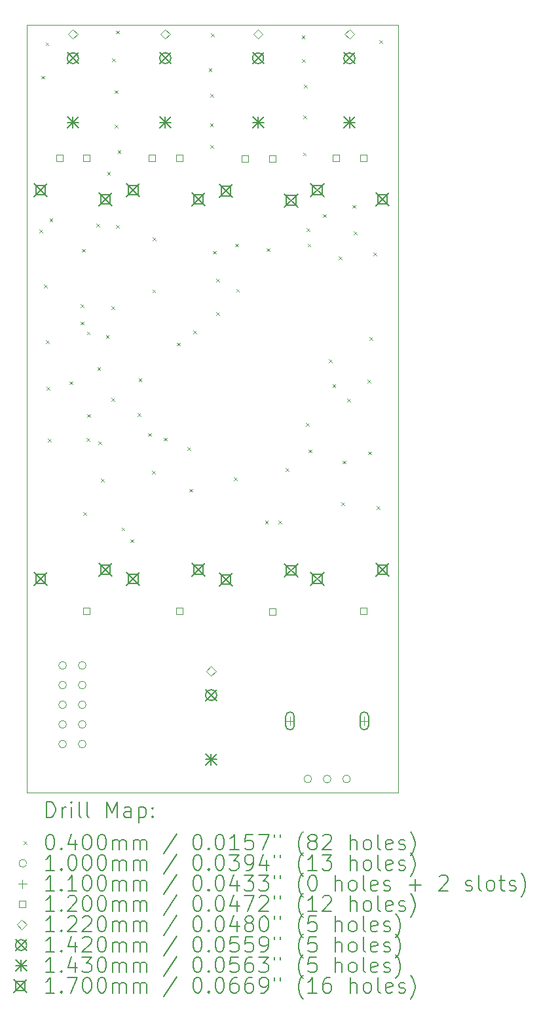
<source format=gbr>
%TF.GenerationSoftware,KiCad,Pcbnew,6.0.11+dfsg-1~bpo11+1*%
%TF.CreationDate,2023-04-14T14:38:57+08:00*%
%TF.ProjectId,MiniMix - Main,4d696e69-4d69-4782-902d-204d61696e2e,rev?*%
%TF.SameCoordinates,Original*%
%TF.FileFunction,Drillmap*%
%TF.FilePolarity,Positive*%
%FSLAX45Y45*%
G04 Gerber Fmt 4.5, Leading zero omitted, Abs format (unit mm)*
G04 Created by KiCad (PCBNEW 6.0.11+dfsg-1~bpo11+1) date 2023-04-14 14:38:57*
%MOMM*%
%LPD*%
G01*
G04 APERTURE LIST*
%ADD10C,0.100000*%
%ADD11C,0.200000*%
%ADD12C,0.040000*%
%ADD13C,0.110000*%
%ADD14C,0.120000*%
%ADD15C,0.122000*%
%ADD16C,0.142000*%
%ADD17C,0.143000*%
%ADD18C,0.170000*%
G04 APERTURE END LIST*
D10*
X14720000Y-15680000D02*
X19520000Y-15680000D01*
X19520000Y-15680000D02*
X19520000Y-5760000D01*
X19520000Y-5760000D02*
X14720000Y-5760000D01*
X14720000Y-5760000D02*
X14720000Y-15680000D01*
D11*
D12*
X14880000Y-8405000D02*
X14920000Y-8445000D01*
X14920000Y-8405000D02*
X14880000Y-8445000D01*
X14902594Y-6418183D02*
X14942594Y-6458183D01*
X14942594Y-6418183D02*
X14902594Y-6458183D01*
X14938000Y-9115000D02*
X14978000Y-9155000D01*
X14978000Y-9115000D02*
X14938000Y-9155000D01*
X14960000Y-5986000D02*
X15000000Y-6026000D01*
X15000000Y-5986000D02*
X14960000Y-6026000D01*
X14967000Y-9837000D02*
X15007000Y-9877000D01*
X15007000Y-9837000D02*
X14967000Y-9877000D01*
X14974000Y-10439000D02*
X15014000Y-10479000D01*
X15014000Y-10439000D02*
X14974000Y-10479000D01*
X14989000Y-11106000D02*
X15029000Y-11146000D01*
X15029000Y-11106000D02*
X14989000Y-11146000D01*
X15010550Y-8259587D02*
X15050550Y-8299587D01*
X15050550Y-8259587D02*
X15010550Y-8299587D01*
X15268550Y-10364745D02*
X15308550Y-10404745D01*
X15308550Y-10364745D02*
X15268550Y-10404745D01*
X15413450Y-9368513D02*
X15453450Y-9408513D01*
X15453450Y-9368513D02*
X15413450Y-9408513D01*
X15413450Y-9594379D02*
X15453450Y-9634379D01*
X15453450Y-9594379D02*
X15413450Y-9634379D01*
X15431250Y-8655000D02*
X15471250Y-8695000D01*
X15471250Y-8655000D02*
X15431250Y-8695000D01*
X15446000Y-12052000D02*
X15486000Y-12092000D01*
X15486000Y-12052000D02*
X15446000Y-12092000D01*
X15489000Y-11099000D02*
X15529000Y-11139000D01*
X15529000Y-11099000D02*
X15489000Y-11139000D01*
X15493000Y-9721000D02*
X15533000Y-9761000D01*
X15533000Y-9721000D02*
X15493000Y-9761000D01*
X15500000Y-10787000D02*
X15540000Y-10827000D01*
X15540000Y-10787000D02*
X15500000Y-10827000D01*
X15616000Y-8325000D02*
X15656000Y-8365000D01*
X15656000Y-8325000D02*
X15616000Y-8365000D01*
X15630000Y-10181000D02*
X15670000Y-10221000D01*
X15670000Y-10181000D02*
X15630000Y-10221000D01*
X15641000Y-11139000D02*
X15681000Y-11179000D01*
X15681000Y-11139000D02*
X15641000Y-11179000D01*
X15674000Y-11621000D02*
X15714000Y-11661000D01*
X15714000Y-11621000D02*
X15674000Y-11661000D01*
X15739000Y-9768000D02*
X15779000Y-9808000D01*
X15779000Y-9768000D02*
X15739000Y-9808000D01*
X15755000Y-7657500D02*
X15795000Y-7697500D01*
X15795000Y-7657500D02*
X15755000Y-7697500D01*
X15812000Y-10580000D02*
X15852000Y-10620000D01*
X15852000Y-10580000D02*
X15812000Y-10620000D01*
X15813500Y-9396500D02*
X15853500Y-9436500D01*
X15853500Y-9396500D02*
X15813500Y-9436500D01*
X15820000Y-6192500D02*
X15860000Y-6232500D01*
X15860000Y-6192500D02*
X15820000Y-6232500D01*
X15855000Y-6605000D02*
X15895000Y-6645000D01*
X15895000Y-6605000D02*
X15855000Y-6645000D01*
X15855000Y-7052500D02*
X15895000Y-7092500D01*
X15895000Y-7052500D02*
X15855000Y-7092500D01*
X15870000Y-8347000D02*
X15910000Y-8387000D01*
X15910000Y-8347000D02*
X15870000Y-8387000D01*
X15872500Y-5835000D02*
X15912500Y-5875000D01*
X15912500Y-5835000D02*
X15872500Y-5875000D01*
X15892500Y-7382500D02*
X15932500Y-7422500D01*
X15932500Y-7382500D02*
X15892500Y-7422500D01*
X15942000Y-12252000D02*
X15982000Y-12292000D01*
X15982000Y-12252000D02*
X15942000Y-12292000D01*
X16055000Y-12404000D02*
X16095000Y-12444000D01*
X16095000Y-12404000D02*
X16055000Y-12444000D01*
X16149000Y-10776000D02*
X16189000Y-10816000D01*
X16189000Y-10776000D02*
X16149000Y-10816000D01*
X16162000Y-10326000D02*
X16202000Y-10366000D01*
X16202000Y-10326000D02*
X16162000Y-10366000D01*
X16287000Y-11033000D02*
X16327000Y-11073000D01*
X16327000Y-11033000D02*
X16287000Y-11073000D01*
X16338000Y-11519000D02*
X16378000Y-11559000D01*
X16378000Y-11519000D02*
X16338000Y-11559000D01*
X16341194Y-9179944D02*
X16381194Y-9219944D01*
X16381194Y-9179944D02*
X16341194Y-9219944D01*
X16345000Y-8505000D02*
X16385000Y-8545000D01*
X16385000Y-8505000D02*
X16345000Y-8545000D01*
X16488000Y-11093414D02*
X16528000Y-11133414D01*
X16528000Y-11093414D02*
X16488000Y-11133414D01*
X16656250Y-9863750D02*
X16696250Y-9903750D01*
X16696250Y-9863750D02*
X16656250Y-9903750D01*
X16794000Y-11218000D02*
X16834000Y-11258000D01*
X16834000Y-11218000D02*
X16794000Y-11258000D01*
X16817000Y-11753000D02*
X16857000Y-11793000D01*
X16857000Y-11753000D02*
X16817000Y-11793000D01*
X16870625Y-9709375D02*
X16910625Y-9749375D01*
X16910625Y-9709375D02*
X16870625Y-9749375D01*
X17067500Y-6322500D02*
X17107500Y-6362500D01*
X17107500Y-6322500D02*
X17067500Y-6362500D01*
X17085000Y-7030000D02*
X17125000Y-7070000D01*
X17125000Y-7030000D02*
X17085000Y-7070000D01*
X17087500Y-6650000D02*
X17127500Y-6690000D01*
X17127500Y-6650000D02*
X17087500Y-6690000D01*
X17087500Y-7310000D02*
X17127500Y-7350000D01*
X17127500Y-7310000D02*
X17087500Y-7350000D01*
X17095000Y-5870000D02*
X17135000Y-5910000D01*
X17135000Y-5870000D02*
X17095000Y-5910000D01*
X17121000Y-8680000D02*
X17161000Y-8720000D01*
X17161000Y-8680000D02*
X17121000Y-8720000D01*
X17168000Y-9039000D02*
X17208000Y-9079000D01*
X17208000Y-9039000D02*
X17168000Y-9079000D01*
X17168000Y-9474000D02*
X17208000Y-9514000D01*
X17208000Y-9474000D02*
X17168000Y-9514000D01*
X17396000Y-11606000D02*
X17436000Y-11646000D01*
X17436000Y-11606000D02*
X17396000Y-11646000D01*
X17411000Y-8586000D02*
X17451000Y-8626000D01*
X17451000Y-8586000D02*
X17411000Y-8626000D01*
X17425000Y-9170000D02*
X17465000Y-9210000D01*
X17465000Y-9170000D02*
X17425000Y-9210000D01*
X17796450Y-12163332D02*
X17836450Y-12203332D01*
X17836450Y-12163332D02*
X17796450Y-12203332D01*
X17817314Y-8645076D02*
X17857314Y-8685076D01*
X17857314Y-8645076D02*
X17817314Y-8685076D01*
X17969000Y-12161000D02*
X18009000Y-12201000D01*
X18009000Y-12161000D02*
X17969000Y-12201000D01*
X18063000Y-11483000D02*
X18103000Y-11523000D01*
X18103000Y-11483000D02*
X18063000Y-11523000D01*
X18270000Y-5900000D02*
X18310000Y-5940000D01*
X18310000Y-5900000D02*
X18270000Y-5940000D01*
X18275000Y-6200000D02*
X18315000Y-6240000D01*
X18315000Y-6200000D02*
X18275000Y-6240000D01*
X18287500Y-7410000D02*
X18327500Y-7450000D01*
X18327500Y-7410000D02*
X18287500Y-7450000D01*
X18292500Y-6930000D02*
X18332500Y-6970000D01*
X18332500Y-6930000D02*
X18292500Y-6970000D01*
X18300000Y-6532500D02*
X18340000Y-6572500D01*
X18340000Y-6532500D02*
X18300000Y-6572500D01*
X18328000Y-10903000D02*
X18368000Y-10943000D01*
X18368000Y-10903000D02*
X18328000Y-10943000D01*
X18335000Y-8387000D02*
X18375000Y-8427000D01*
X18375000Y-8387000D02*
X18335000Y-8427000D01*
X18346000Y-8586000D02*
X18386000Y-8626000D01*
X18386000Y-8586000D02*
X18346000Y-8626000D01*
X18357000Y-11244000D02*
X18397000Y-11284000D01*
X18397000Y-11244000D02*
X18357000Y-11284000D01*
X18546000Y-8205000D02*
X18586000Y-8245000D01*
X18586000Y-8205000D02*
X18546000Y-8245000D01*
X18622000Y-10083000D02*
X18662000Y-10123000D01*
X18662000Y-10083000D02*
X18622000Y-10123000D01*
X18669000Y-10403000D02*
X18709000Y-10443000D01*
X18709000Y-10403000D02*
X18669000Y-10443000D01*
X18748750Y-8754053D02*
X18788750Y-8794053D01*
X18788750Y-8754053D02*
X18748750Y-8794053D01*
X18781000Y-11925000D02*
X18821000Y-11965000D01*
X18821000Y-11925000D02*
X18781000Y-11965000D01*
X18800000Y-11389000D02*
X18840000Y-11429000D01*
X18840000Y-11389000D02*
X18800000Y-11429000D01*
X18861000Y-10591000D02*
X18901000Y-10631000D01*
X18901000Y-10591000D02*
X18861000Y-10631000D01*
X18925000Y-8086000D02*
X18965000Y-8126000D01*
X18965000Y-8086000D02*
X18925000Y-8126000D01*
X18941000Y-8430000D02*
X18981000Y-8470000D01*
X18981000Y-8430000D02*
X18941000Y-8470000D01*
X19120378Y-10341799D02*
X19160378Y-10381799D01*
X19160378Y-10341799D02*
X19120378Y-10381799D01*
X19133000Y-11269000D02*
X19173000Y-11309000D01*
X19173000Y-11269000D02*
X19133000Y-11309000D01*
X19144000Y-9790000D02*
X19184000Y-9830000D01*
X19184000Y-9790000D02*
X19144000Y-9830000D01*
X19195000Y-8698000D02*
X19235000Y-8738000D01*
X19235000Y-8698000D02*
X19195000Y-8738000D01*
X19238000Y-11980000D02*
X19278000Y-12020000D01*
X19278000Y-11980000D02*
X19238000Y-12020000D01*
X19275000Y-5957000D02*
X19315000Y-5997000D01*
X19315000Y-5957000D02*
X19275000Y-5997000D01*
D10*
X15230000Y-14034000D02*
G75*
G03*
X15230000Y-14034000I-50000J0D01*
G01*
X15230000Y-14288000D02*
G75*
G03*
X15230000Y-14288000I-50000J0D01*
G01*
X15230000Y-14542000D02*
G75*
G03*
X15230000Y-14542000I-50000J0D01*
G01*
X15230000Y-14796000D02*
G75*
G03*
X15230000Y-14796000I-50000J0D01*
G01*
X15230000Y-15050000D02*
G75*
G03*
X15230000Y-15050000I-50000J0D01*
G01*
X15484000Y-14034000D02*
G75*
G03*
X15484000Y-14034000I-50000J0D01*
G01*
X15484000Y-14288000D02*
G75*
G03*
X15484000Y-14288000I-50000J0D01*
G01*
X15484000Y-14542000D02*
G75*
G03*
X15484000Y-14542000I-50000J0D01*
G01*
X15484000Y-14796000D02*
G75*
G03*
X15484000Y-14796000I-50000J0D01*
G01*
X15484000Y-15050000D02*
G75*
G03*
X15484000Y-15050000I-50000J0D01*
G01*
X18400000Y-15500000D02*
G75*
G03*
X18400000Y-15500000I-50000J0D01*
G01*
X18650000Y-15500000D02*
G75*
G03*
X18650000Y-15500000I-50000J0D01*
G01*
X18900000Y-15500000D02*
G75*
G03*
X18900000Y-15500000I-50000J0D01*
G01*
D13*
X18120000Y-14695000D02*
X18120000Y-14805000D01*
X18065000Y-14750000D02*
X18175000Y-14750000D01*
D11*
X18175000Y-14810000D02*
X18175000Y-14690000D01*
X18065000Y-14810000D02*
X18065000Y-14690000D01*
X18175000Y-14690000D02*
G75*
G03*
X18065000Y-14690000I-55000J0D01*
G01*
X18065000Y-14810000D02*
G75*
G03*
X18175000Y-14810000I55000J0D01*
G01*
D13*
X19080000Y-14695000D02*
X19080000Y-14805000D01*
X19025000Y-14750000D02*
X19135000Y-14750000D01*
D11*
X19135000Y-14810000D02*
X19135000Y-14690000D01*
X19025000Y-14810000D02*
X19025000Y-14690000D01*
X19135000Y-14690000D02*
G75*
G03*
X19025000Y-14690000I-55000J0D01*
G01*
X19025000Y-14810000D02*
G75*
G03*
X19135000Y-14810000I55000J0D01*
G01*
D14*
X15180354Y-7522427D02*
X15180354Y-7437573D01*
X15095501Y-7437573D01*
X15095501Y-7522427D01*
X15180354Y-7522427D01*
X15530354Y-7522427D02*
X15530354Y-7437573D01*
X15445501Y-7437573D01*
X15445501Y-7522427D01*
X15530354Y-7522427D01*
X15530354Y-13372427D02*
X15530354Y-13287573D01*
X15445501Y-13287573D01*
X15445501Y-13372427D01*
X15530354Y-13372427D01*
X16380354Y-7522427D02*
X16380354Y-7437573D01*
X16295501Y-7437573D01*
X16295501Y-7522427D01*
X16380354Y-7522427D01*
X16730354Y-7522427D02*
X16730354Y-7437573D01*
X16645501Y-7437573D01*
X16645501Y-7522427D01*
X16730354Y-7522427D01*
X16730354Y-13372427D02*
X16730354Y-13287573D01*
X16645501Y-13287573D01*
X16645501Y-13372427D01*
X16730354Y-13372427D01*
X17581427Y-7534427D02*
X17581427Y-7449573D01*
X17496573Y-7449573D01*
X17496573Y-7534427D01*
X17581427Y-7534427D01*
X17931427Y-7534427D02*
X17931427Y-7449573D01*
X17846573Y-7449573D01*
X17846573Y-7534427D01*
X17931427Y-7534427D01*
X17931427Y-13384427D02*
X17931427Y-13299573D01*
X17846573Y-13299573D01*
X17846573Y-13384427D01*
X17931427Y-13384427D01*
X18760354Y-7522427D02*
X18760354Y-7437573D01*
X18675501Y-7437573D01*
X18675501Y-7522427D01*
X18760354Y-7522427D01*
X19110354Y-7522427D02*
X19110354Y-7437573D01*
X19025501Y-7437573D01*
X19025501Y-7522427D01*
X19110354Y-7522427D01*
X19110354Y-13372427D02*
X19110354Y-13287573D01*
X19025501Y-13287573D01*
X19025501Y-13372427D01*
X19110354Y-13372427D01*
D15*
X15312927Y-5941000D02*
X15373927Y-5880000D01*
X15312927Y-5819000D01*
X15251927Y-5880000D01*
X15312927Y-5941000D01*
X16507927Y-5941000D02*
X16568927Y-5880000D01*
X16507927Y-5819000D01*
X16446927Y-5880000D01*
X16507927Y-5941000D01*
X17100000Y-14168000D02*
X17161000Y-14107000D01*
X17100000Y-14046000D01*
X17039000Y-14107000D01*
X17100000Y-14168000D01*
X17707928Y-5943000D02*
X17768928Y-5882000D01*
X17707928Y-5821000D01*
X17646928Y-5882000D01*
X17707928Y-5943000D01*
X18887928Y-5943000D02*
X18948928Y-5882000D01*
X18887928Y-5821000D01*
X18826928Y-5882000D01*
X18887928Y-5943000D01*
D16*
X15241927Y-6119000D02*
X15383927Y-6261000D01*
X15383927Y-6119000D02*
X15241927Y-6261000D01*
X15383927Y-6190000D02*
G75*
G03*
X15383927Y-6190000I-71000J0D01*
G01*
X16436927Y-6119000D02*
X16578927Y-6261000D01*
X16578927Y-6119000D02*
X16436927Y-6261000D01*
X16578927Y-6190000D02*
G75*
G03*
X16578927Y-6190000I-71000J0D01*
G01*
X17029000Y-14346000D02*
X17171000Y-14488000D01*
X17171000Y-14346000D02*
X17029000Y-14488000D01*
X17171000Y-14417000D02*
G75*
G03*
X17171000Y-14417000I-71000J0D01*
G01*
X17636928Y-6121000D02*
X17778928Y-6263000D01*
X17778928Y-6121000D02*
X17636928Y-6263000D01*
X17778928Y-6192000D02*
G75*
G03*
X17778928Y-6192000I-71000J0D01*
G01*
X18816928Y-6121000D02*
X18958928Y-6263000D01*
X18958928Y-6121000D02*
X18816928Y-6263000D01*
X18958928Y-6192000D02*
G75*
G03*
X18958928Y-6192000I-71000J0D01*
G01*
D17*
X15241427Y-6948500D02*
X15384427Y-7091500D01*
X15384427Y-6948500D02*
X15241427Y-7091500D01*
X15312927Y-6948500D02*
X15312927Y-7091500D01*
X15241427Y-7020000D02*
X15384427Y-7020000D01*
X16436427Y-6948500D02*
X16579427Y-7091500D01*
X16579427Y-6948500D02*
X16436427Y-7091500D01*
X16507927Y-6948500D02*
X16507927Y-7091500D01*
X16436427Y-7020000D02*
X16579427Y-7020000D01*
X17028500Y-15175500D02*
X17171500Y-15318500D01*
X17171500Y-15175500D02*
X17028500Y-15318500D01*
X17100000Y-15175500D02*
X17100000Y-15318500D01*
X17028500Y-15247000D02*
X17171500Y-15247000D01*
X17636428Y-6950500D02*
X17779428Y-7093500D01*
X17779428Y-6950500D02*
X17636428Y-7093500D01*
X17707928Y-6950500D02*
X17707928Y-7093500D01*
X17636428Y-7022000D02*
X17779428Y-7022000D01*
X18816428Y-6950500D02*
X18959428Y-7093500D01*
X18959428Y-6950500D02*
X18816428Y-7093500D01*
X18887928Y-6950500D02*
X18887928Y-7093500D01*
X18816428Y-7022000D02*
X18959428Y-7022000D01*
D18*
X14807927Y-7810000D02*
X14977927Y-7980000D01*
X14977927Y-7810000D02*
X14807927Y-7980000D01*
X14953032Y-7955105D02*
X14953032Y-7834895D01*
X14832823Y-7834895D01*
X14832823Y-7955105D01*
X14953032Y-7955105D01*
X14807927Y-12830000D02*
X14977927Y-13000000D01*
X14977927Y-12830000D02*
X14807927Y-13000000D01*
X14953032Y-12975105D02*
X14953032Y-12854895D01*
X14832823Y-12854895D01*
X14832823Y-12975105D01*
X14953032Y-12975105D01*
X15647927Y-7930000D02*
X15817927Y-8100000D01*
X15817927Y-7930000D02*
X15647927Y-8100000D01*
X15793032Y-8075105D02*
X15793032Y-7954895D01*
X15672823Y-7954895D01*
X15672823Y-8075105D01*
X15793032Y-8075105D01*
X15647927Y-12710000D02*
X15817927Y-12880000D01*
X15817927Y-12710000D02*
X15647927Y-12880000D01*
X15793032Y-12855105D02*
X15793032Y-12734895D01*
X15672823Y-12734895D01*
X15672823Y-12855105D01*
X15793032Y-12855105D01*
X16007927Y-7810000D02*
X16177927Y-7980000D01*
X16177927Y-7810000D02*
X16007927Y-7980000D01*
X16153032Y-7955105D02*
X16153032Y-7834895D01*
X16032823Y-7834895D01*
X16032823Y-7955105D01*
X16153032Y-7955105D01*
X16007927Y-12830000D02*
X16177927Y-13000000D01*
X16177927Y-12830000D02*
X16007927Y-13000000D01*
X16153032Y-12975105D02*
X16153032Y-12854895D01*
X16032823Y-12854895D01*
X16032823Y-12975105D01*
X16153032Y-12975105D01*
X16847928Y-7930000D02*
X17017928Y-8100000D01*
X17017928Y-7930000D02*
X16847928Y-8100000D01*
X16993032Y-8075105D02*
X16993032Y-7954895D01*
X16872823Y-7954895D01*
X16872823Y-8075105D01*
X16993032Y-8075105D01*
X16847928Y-12710000D02*
X17017928Y-12880000D01*
X17017928Y-12710000D02*
X16847928Y-12880000D01*
X16993032Y-12855105D02*
X16993032Y-12734895D01*
X16872823Y-12734895D01*
X16872823Y-12855105D01*
X16993032Y-12855105D01*
X17209000Y-7822000D02*
X17379000Y-7992000D01*
X17379000Y-7822000D02*
X17209000Y-7992000D01*
X17354105Y-7967105D02*
X17354105Y-7846895D01*
X17233895Y-7846895D01*
X17233895Y-7967105D01*
X17354105Y-7967105D01*
X17209000Y-12842000D02*
X17379000Y-13012000D01*
X17379000Y-12842000D02*
X17209000Y-13012000D01*
X17354105Y-12987105D02*
X17354105Y-12866895D01*
X17233895Y-12866895D01*
X17233895Y-12987105D01*
X17354105Y-12987105D01*
X18049000Y-7942000D02*
X18219000Y-8112000D01*
X18219000Y-7942000D02*
X18049000Y-8112000D01*
X18194105Y-8087105D02*
X18194105Y-7966895D01*
X18073895Y-7966895D01*
X18073895Y-8087105D01*
X18194105Y-8087105D01*
X18049000Y-12722000D02*
X18219000Y-12892000D01*
X18219000Y-12722000D02*
X18049000Y-12892000D01*
X18194105Y-12867105D02*
X18194105Y-12746895D01*
X18073895Y-12746895D01*
X18073895Y-12867105D01*
X18194105Y-12867105D01*
X18387928Y-7810000D02*
X18557928Y-7980000D01*
X18557928Y-7810000D02*
X18387928Y-7980000D01*
X18533032Y-7955105D02*
X18533032Y-7834895D01*
X18412823Y-7834895D01*
X18412823Y-7955105D01*
X18533032Y-7955105D01*
X18387928Y-12830000D02*
X18557928Y-13000000D01*
X18557928Y-12830000D02*
X18387928Y-13000000D01*
X18533032Y-12975105D02*
X18533032Y-12854895D01*
X18412823Y-12854895D01*
X18412823Y-12975105D01*
X18533032Y-12975105D01*
X19227928Y-7930000D02*
X19397928Y-8100000D01*
X19397928Y-7930000D02*
X19227928Y-8100000D01*
X19373032Y-8075105D02*
X19373032Y-7954895D01*
X19252823Y-7954895D01*
X19252823Y-8075105D01*
X19373032Y-8075105D01*
X19227928Y-12710000D02*
X19397928Y-12880000D01*
X19397928Y-12710000D02*
X19227928Y-12880000D01*
X19373032Y-12855105D02*
X19373032Y-12734895D01*
X19252823Y-12734895D01*
X19252823Y-12855105D01*
X19373032Y-12855105D01*
D11*
X14972619Y-15995476D02*
X14972619Y-15795476D01*
X15020238Y-15795476D01*
X15048809Y-15805000D01*
X15067857Y-15824048D01*
X15077381Y-15843095D01*
X15086905Y-15881190D01*
X15086905Y-15909762D01*
X15077381Y-15947857D01*
X15067857Y-15966905D01*
X15048809Y-15985952D01*
X15020238Y-15995476D01*
X14972619Y-15995476D01*
X15172619Y-15995476D02*
X15172619Y-15862143D01*
X15172619Y-15900238D02*
X15182143Y-15881190D01*
X15191667Y-15871667D01*
X15210714Y-15862143D01*
X15229762Y-15862143D01*
X15296428Y-15995476D02*
X15296428Y-15862143D01*
X15296428Y-15795476D02*
X15286905Y-15805000D01*
X15296428Y-15814524D01*
X15305952Y-15805000D01*
X15296428Y-15795476D01*
X15296428Y-15814524D01*
X15420238Y-15995476D02*
X15401190Y-15985952D01*
X15391667Y-15966905D01*
X15391667Y-15795476D01*
X15525000Y-15995476D02*
X15505952Y-15985952D01*
X15496428Y-15966905D01*
X15496428Y-15795476D01*
X15753571Y-15995476D02*
X15753571Y-15795476D01*
X15820238Y-15938333D01*
X15886905Y-15795476D01*
X15886905Y-15995476D01*
X16067857Y-15995476D02*
X16067857Y-15890714D01*
X16058333Y-15871667D01*
X16039286Y-15862143D01*
X16001190Y-15862143D01*
X15982143Y-15871667D01*
X16067857Y-15985952D02*
X16048809Y-15995476D01*
X16001190Y-15995476D01*
X15982143Y-15985952D01*
X15972619Y-15966905D01*
X15972619Y-15947857D01*
X15982143Y-15928809D01*
X16001190Y-15919286D01*
X16048809Y-15919286D01*
X16067857Y-15909762D01*
X16163095Y-15862143D02*
X16163095Y-16062143D01*
X16163095Y-15871667D02*
X16182143Y-15862143D01*
X16220238Y-15862143D01*
X16239286Y-15871667D01*
X16248809Y-15881190D01*
X16258333Y-15900238D01*
X16258333Y-15957381D01*
X16248809Y-15976428D01*
X16239286Y-15985952D01*
X16220238Y-15995476D01*
X16182143Y-15995476D01*
X16163095Y-15985952D01*
X16344048Y-15976428D02*
X16353571Y-15985952D01*
X16344048Y-15995476D01*
X16334524Y-15985952D01*
X16344048Y-15976428D01*
X16344048Y-15995476D01*
X16344048Y-15871667D02*
X16353571Y-15881190D01*
X16344048Y-15890714D01*
X16334524Y-15881190D01*
X16344048Y-15871667D01*
X16344048Y-15890714D01*
D12*
X14675000Y-16305000D02*
X14715000Y-16345000D01*
X14715000Y-16305000D02*
X14675000Y-16345000D01*
D11*
X15010714Y-16215476D02*
X15029762Y-16215476D01*
X15048809Y-16225000D01*
X15058333Y-16234524D01*
X15067857Y-16253571D01*
X15077381Y-16291667D01*
X15077381Y-16339286D01*
X15067857Y-16377381D01*
X15058333Y-16396428D01*
X15048809Y-16405952D01*
X15029762Y-16415476D01*
X15010714Y-16415476D01*
X14991667Y-16405952D01*
X14982143Y-16396428D01*
X14972619Y-16377381D01*
X14963095Y-16339286D01*
X14963095Y-16291667D01*
X14972619Y-16253571D01*
X14982143Y-16234524D01*
X14991667Y-16225000D01*
X15010714Y-16215476D01*
X15163095Y-16396428D02*
X15172619Y-16405952D01*
X15163095Y-16415476D01*
X15153571Y-16405952D01*
X15163095Y-16396428D01*
X15163095Y-16415476D01*
X15344048Y-16282143D02*
X15344048Y-16415476D01*
X15296428Y-16205952D02*
X15248809Y-16348809D01*
X15372619Y-16348809D01*
X15486905Y-16215476D02*
X15505952Y-16215476D01*
X15525000Y-16225000D01*
X15534524Y-16234524D01*
X15544048Y-16253571D01*
X15553571Y-16291667D01*
X15553571Y-16339286D01*
X15544048Y-16377381D01*
X15534524Y-16396428D01*
X15525000Y-16405952D01*
X15505952Y-16415476D01*
X15486905Y-16415476D01*
X15467857Y-16405952D01*
X15458333Y-16396428D01*
X15448809Y-16377381D01*
X15439286Y-16339286D01*
X15439286Y-16291667D01*
X15448809Y-16253571D01*
X15458333Y-16234524D01*
X15467857Y-16225000D01*
X15486905Y-16215476D01*
X15677381Y-16215476D02*
X15696428Y-16215476D01*
X15715476Y-16225000D01*
X15725000Y-16234524D01*
X15734524Y-16253571D01*
X15744048Y-16291667D01*
X15744048Y-16339286D01*
X15734524Y-16377381D01*
X15725000Y-16396428D01*
X15715476Y-16405952D01*
X15696428Y-16415476D01*
X15677381Y-16415476D01*
X15658333Y-16405952D01*
X15648809Y-16396428D01*
X15639286Y-16377381D01*
X15629762Y-16339286D01*
X15629762Y-16291667D01*
X15639286Y-16253571D01*
X15648809Y-16234524D01*
X15658333Y-16225000D01*
X15677381Y-16215476D01*
X15829762Y-16415476D02*
X15829762Y-16282143D01*
X15829762Y-16301190D02*
X15839286Y-16291667D01*
X15858333Y-16282143D01*
X15886905Y-16282143D01*
X15905952Y-16291667D01*
X15915476Y-16310714D01*
X15915476Y-16415476D01*
X15915476Y-16310714D02*
X15925000Y-16291667D01*
X15944048Y-16282143D01*
X15972619Y-16282143D01*
X15991667Y-16291667D01*
X16001190Y-16310714D01*
X16001190Y-16415476D01*
X16096428Y-16415476D02*
X16096428Y-16282143D01*
X16096428Y-16301190D02*
X16105952Y-16291667D01*
X16125000Y-16282143D01*
X16153571Y-16282143D01*
X16172619Y-16291667D01*
X16182143Y-16310714D01*
X16182143Y-16415476D01*
X16182143Y-16310714D02*
X16191667Y-16291667D01*
X16210714Y-16282143D01*
X16239286Y-16282143D01*
X16258333Y-16291667D01*
X16267857Y-16310714D01*
X16267857Y-16415476D01*
X16658333Y-16205952D02*
X16486905Y-16463095D01*
X16915476Y-16215476D02*
X16934524Y-16215476D01*
X16953571Y-16225000D01*
X16963095Y-16234524D01*
X16972619Y-16253571D01*
X16982143Y-16291667D01*
X16982143Y-16339286D01*
X16972619Y-16377381D01*
X16963095Y-16396428D01*
X16953571Y-16405952D01*
X16934524Y-16415476D01*
X16915476Y-16415476D01*
X16896429Y-16405952D01*
X16886905Y-16396428D01*
X16877381Y-16377381D01*
X16867857Y-16339286D01*
X16867857Y-16291667D01*
X16877381Y-16253571D01*
X16886905Y-16234524D01*
X16896429Y-16225000D01*
X16915476Y-16215476D01*
X17067857Y-16396428D02*
X17077381Y-16405952D01*
X17067857Y-16415476D01*
X17058333Y-16405952D01*
X17067857Y-16396428D01*
X17067857Y-16415476D01*
X17201190Y-16215476D02*
X17220238Y-16215476D01*
X17239286Y-16225000D01*
X17248810Y-16234524D01*
X17258333Y-16253571D01*
X17267857Y-16291667D01*
X17267857Y-16339286D01*
X17258333Y-16377381D01*
X17248810Y-16396428D01*
X17239286Y-16405952D01*
X17220238Y-16415476D01*
X17201190Y-16415476D01*
X17182143Y-16405952D01*
X17172619Y-16396428D01*
X17163095Y-16377381D01*
X17153571Y-16339286D01*
X17153571Y-16291667D01*
X17163095Y-16253571D01*
X17172619Y-16234524D01*
X17182143Y-16225000D01*
X17201190Y-16215476D01*
X17458333Y-16415476D02*
X17344048Y-16415476D01*
X17401190Y-16415476D02*
X17401190Y-16215476D01*
X17382143Y-16244048D01*
X17363095Y-16263095D01*
X17344048Y-16272619D01*
X17639286Y-16215476D02*
X17544048Y-16215476D01*
X17534524Y-16310714D01*
X17544048Y-16301190D01*
X17563095Y-16291667D01*
X17610714Y-16291667D01*
X17629762Y-16301190D01*
X17639286Y-16310714D01*
X17648810Y-16329762D01*
X17648810Y-16377381D01*
X17639286Y-16396428D01*
X17629762Y-16405952D01*
X17610714Y-16415476D01*
X17563095Y-16415476D01*
X17544048Y-16405952D01*
X17534524Y-16396428D01*
X17715476Y-16215476D02*
X17848810Y-16215476D01*
X17763095Y-16415476D01*
X17915476Y-16215476D02*
X17915476Y-16253571D01*
X17991667Y-16215476D02*
X17991667Y-16253571D01*
X18286905Y-16491667D02*
X18277381Y-16482143D01*
X18258333Y-16453571D01*
X18248810Y-16434524D01*
X18239286Y-16405952D01*
X18229762Y-16358333D01*
X18229762Y-16320238D01*
X18239286Y-16272619D01*
X18248810Y-16244048D01*
X18258333Y-16225000D01*
X18277381Y-16196428D01*
X18286905Y-16186905D01*
X18391667Y-16301190D02*
X18372619Y-16291667D01*
X18363095Y-16282143D01*
X18353571Y-16263095D01*
X18353571Y-16253571D01*
X18363095Y-16234524D01*
X18372619Y-16225000D01*
X18391667Y-16215476D01*
X18429762Y-16215476D01*
X18448810Y-16225000D01*
X18458333Y-16234524D01*
X18467857Y-16253571D01*
X18467857Y-16263095D01*
X18458333Y-16282143D01*
X18448810Y-16291667D01*
X18429762Y-16301190D01*
X18391667Y-16301190D01*
X18372619Y-16310714D01*
X18363095Y-16320238D01*
X18353571Y-16339286D01*
X18353571Y-16377381D01*
X18363095Y-16396428D01*
X18372619Y-16405952D01*
X18391667Y-16415476D01*
X18429762Y-16415476D01*
X18448810Y-16405952D01*
X18458333Y-16396428D01*
X18467857Y-16377381D01*
X18467857Y-16339286D01*
X18458333Y-16320238D01*
X18448810Y-16310714D01*
X18429762Y-16301190D01*
X18544048Y-16234524D02*
X18553571Y-16225000D01*
X18572619Y-16215476D01*
X18620238Y-16215476D01*
X18639286Y-16225000D01*
X18648810Y-16234524D01*
X18658333Y-16253571D01*
X18658333Y-16272619D01*
X18648810Y-16301190D01*
X18534524Y-16415476D01*
X18658333Y-16415476D01*
X18896429Y-16415476D02*
X18896429Y-16215476D01*
X18982143Y-16415476D02*
X18982143Y-16310714D01*
X18972619Y-16291667D01*
X18953571Y-16282143D01*
X18925000Y-16282143D01*
X18905952Y-16291667D01*
X18896429Y-16301190D01*
X19105952Y-16415476D02*
X19086905Y-16405952D01*
X19077381Y-16396428D01*
X19067857Y-16377381D01*
X19067857Y-16320238D01*
X19077381Y-16301190D01*
X19086905Y-16291667D01*
X19105952Y-16282143D01*
X19134524Y-16282143D01*
X19153571Y-16291667D01*
X19163095Y-16301190D01*
X19172619Y-16320238D01*
X19172619Y-16377381D01*
X19163095Y-16396428D01*
X19153571Y-16405952D01*
X19134524Y-16415476D01*
X19105952Y-16415476D01*
X19286905Y-16415476D02*
X19267857Y-16405952D01*
X19258333Y-16386905D01*
X19258333Y-16215476D01*
X19439286Y-16405952D02*
X19420238Y-16415476D01*
X19382143Y-16415476D01*
X19363095Y-16405952D01*
X19353571Y-16386905D01*
X19353571Y-16310714D01*
X19363095Y-16291667D01*
X19382143Y-16282143D01*
X19420238Y-16282143D01*
X19439286Y-16291667D01*
X19448810Y-16310714D01*
X19448810Y-16329762D01*
X19353571Y-16348809D01*
X19525000Y-16405952D02*
X19544048Y-16415476D01*
X19582143Y-16415476D01*
X19601190Y-16405952D01*
X19610714Y-16386905D01*
X19610714Y-16377381D01*
X19601190Y-16358333D01*
X19582143Y-16348809D01*
X19553571Y-16348809D01*
X19534524Y-16339286D01*
X19525000Y-16320238D01*
X19525000Y-16310714D01*
X19534524Y-16291667D01*
X19553571Y-16282143D01*
X19582143Y-16282143D01*
X19601190Y-16291667D01*
X19677381Y-16491667D02*
X19686905Y-16482143D01*
X19705952Y-16453571D01*
X19715476Y-16434524D01*
X19725000Y-16405952D01*
X19734524Y-16358333D01*
X19734524Y-16320238D01*
X19725000Y-16272619D01*
X19715476Y-16244048D01*
X19705952Y-16225000D01*
X19686905Y-16196428D01*
X19677381Y-16186905D01*
D10*
X14715000Y-16589000D02*
G75*
G03*
X14715000Y-16589000I-50000J0D01*
G01*
D11*
X15077381Y-16679476D02*
X14963095Y-16679476D01*
X15020238Y-16679476D02*
X15020238Y-16479476D01*
X15001190Y-16508048D01*
X14982143Y-16527095D01*
X14963095Y-16536619D01*
X15163095Y-16660428D02*
X15172619Y-16669952D01*
X15163095Y-16679476D01*
X15153571Y-16669952D01*
X15163095Y-16660428D01*
X15163095Y-16679476D01*
X15296428Y-16479476D02*
X15315476Y-16479476D01*
X15334524Y-16489000D01*
X15344048Y-16498524D01*
X15353571Y-16517571D01*
X15363095Y-16555667D01*
X15363095Y-16603286D01*
X15353571Y-16641381D01*
X15344048Y-16660428D01*
X15334524Y-16669952D01*
X15315476Y-16679476D01*
X15296428Y-16679476D01*
X15277381Y-16669952D01*
X15267857Y-16660428D01*
X15258333Y-16641381D01*
X15248809Y-16603286D01*
X15248809Y-16555667D01*
X15258333Y-16517571D01*
X15267857Y-16498524D01*
X15277381Y-16489000D01*
X15296428Y-16479476D01*
X15486905Y-16479476D02*
X15505952Y-16479476D01*
X15525000Y-16489000D01*
X15534524Y-16498524D01*
X15544048Y-16517571D01*
X15553571Y-16555667D01*
X15553571Y-16603286D01*
X15544048Y-16641381D01*
X15534524Y-16660428D01*
X15525000Y-16669952D01*
X15505952Y-16679476D01*
X15486905Y-16679476D01*
X15467857Y-16669952D01*
X15458333Y-16660428D01*
X15448809Y-16641381D01*
X15439286Y-16603286D01*
X15439286Y-16555667D01*
X15448809Y-16517571D01*
X15458333Y-16498524D01*
X15467857Y-16489000D01*
X15486905Y-16479476D01*
X15677381Y-16479476D02*
X15696428Y-16479476D01*
X15715476Y-16489000D01*
X15725000Y-16498524D01*
X15734524Y-16517571D01*
X15744048Y-16555667D01*
X15744048Y-16603286D01*
X15734524Y-16641381D01*
X15725000Y-16660428D01*
X15715476Y-16669952D01*
X15696428Y-16679476D01*
X15677381Y-16679476D01*
X15658333Y-16669952D01*
X15648809Y-16660428D01*
X15639286Y-16641381D01*
X15629762Y-16603286D01*
X15629762Y-16555667D01*
X15639286Y-16517571D01*
X15648809Y-16498524D01*
X15658333Y-16489000D01*
X15677381Y-16479476D01*
X15829762Y-16679476D02*
X15829762Y-16546143D01*
X15829762Y-16565190D02*
X15839286Y-16555667D01*
X15858333Y-16546143D01*
X15886905Y-16546143D01*
X15905952Y-16555667D01*
X15915476Y-16574714D01*
X15915476Y-16679476D01*
X15915476Y-16574714D02*
X15925000Y-16555667D01*
X15944048Y-16546143D01*
X15972619Y-16546143D01*
X15991667Y-16555667D01*
X16001190Y-16574714D01*
X16001190Y-16679476D01*
X16096428Y-16679476D02*
X16096428Y-16546143D01*
X16096428Y-16565190D02*
X16105952Y-16555667D01*
X16125000Y-16546143D01*
X16153571Y-16546143D01*
X16172619Y-16555667D01*
X16182143Y-16574714D01*
X16182143Y-16679476D01*
X16182143Y-16574714D02*
X16191667Y-16555667D01*
X16210714Y-16546143D01*
X16239286Y-16546143D01*
X16258333Y-16555667D01*
X16267857Y-16574714D01*
X16267857Y-16679476D01*
X16658333Y-16469952D02*
X16486905Y-16727095D01*
X16915476Y-16479476D02*
X16934524Y-16479476D01*
X16953571Y-16489000D01*
X16963095Y-16498524D01*
X16972619Y-16517571D01*
X16982143Y-16555667D01*
X16982143Y-16603286D01*
X16972619Y-16641381D01*
X16963095Y-16660428D01*
X16953571Y-16669952D01*
X16934524Y-16679476D01*
X16915476Y-16679476D01*
X16896429Y-16669952D01*
X16886905Y-16660428D01*
X16877381Y-16641381D01*
X16867857Y-16603286D01*
X16867857Y-16555667D01*
X16877381Y-16517571D01*
X16886905Y-16498524D01*
X16896429Y-16489000D01*
X16915476Y-16479476D01*
X17067857Y-16660428D02*
X17077381Y-16669952D01*
X17067857Y-16679476D01*
X17058333Y-16669952D01*
X17067857Y-16660428D01*
X17067857Y-16679476D01*
X17201190Y-16479476D02*
X17220238Y-16479476D01*
X17239286Y-16489000D01*
X17248810Y-16498524D01*
X17258333Y-16517571D01*
X17267857Y-16555667D01*
X17267857Y-16603286D01*
X17258333Y-16641381D01*
X17248810Y-16660428D01*
X17239286Y-16669952D01*
X17220238Y-16679476D01*
X17201190Y-16679476D01*
X17182143Y-16669952D01*
X17172619Y-16660428D01*
X17163095Y-16641381D01*
X17153571Y-16603286D01*
X17153571Y-16555667D01*
X17163095Y-16517571D01*
X17172619Y-16498524D01*
X17182143Y-16489000D01*
X17201190Y-16479476D01*
X17334524Y-16479476D02*
X17458333Y-16479476D01*
X17391667Y-16555667D01*
X17420238Y-16555667D01*
X17439286Y-16565190D01*
X17448810Y-16574714D01*
X17458333Y-16593762D01*
X17458333Y-16641381D01*
X17448810Y-16660428D01*
X17439286Y-16669952D01*
X17420238Y-16679476D01*
X17363095Y-16679476D01*
X17344048Y-16669952D01*
X17334524Y-16660428D01*
X17553571Y-16679476D02*
X17591667Y-16679476D01*
X17610714Y-16669952D01*
X17620238Y-16660428D01*
X17639286Y-16631857D01*
X17648810Y-16593762D01*
X17648810Y-16517571D01*
X17639286Y-16498524D01*
X17629762Y-16489000D01*
X17610714Y-16479476D01*
X17572619Y-16479476D01*
X17553571Y-16489000D01*
X17544048Y-16498524D01*
X17534524Y-16517571D01*
X17534524Y-16565190D01*
X17544048Y-16584238D01*
X17553571Y-16593762D01*
X17572619Y-16603286D01*
X17610714Y-16603286D01*
X17629762Y-16593762D01*
X17639286Y-16584238D01*
X17648810Y-16565190D01*
X17820238Y-16546143D02*
X17820238Y-16679476D01*
X17772619Y-16469952D02*
X17725000Y-16612809D01*
X17848810Y-16612809D01*
X17915476Y-16479476D02*
X17915476Y-16517571D01*
X17991667Y-16479476D02*
X17991667Y-16517571D01*
X18286905Y-16755667D02*
X18277381Y-16746143D01*
X18258333Y-16717571D01*
X18248810Y-16698524D01*
X18239286Y-16669952D01*
X18229762Y-16622333D01*
X18229762Y-16584238D01*
X18239286Y-16536619D01*
X18248810Y-16508048D01*
X18258333Y-16489000D01*
X18277381Y-16460428D01*
X18286905Y-16450905D01*
X18467857Y-16679476D02*
X18353571Y-16679476D01*
X18410714Y-16679476D02*
X18410714Y-16479476D01*
X18391667Y-16508048D01*
X18372619Y-16527095D01*
X18353571Y-16536619D01*
X18534524Y-16479476D02*
X18658333Y-16479476D01*
X18591667Y-16555667D01*
X18620238Y-16555667D01*
X18639286Y-16565190D01*
X18648810Y-16574714D01*
X18658333Y-16593762D01*
X18658333Y-16641381D01*
X18648810Y-16660428D01*
X18639286Y-16669952D01*
X18620238Y-16679476D01*
X18563095Y-16679476D01*
X18544048Y-16669952D01*
X18534524Y-16660428D01*
X18896429Y-16679476D02*
X18896429Y-16479476D01*
X18982143Y-16679476D02*
X18982143Y-16574714D01*
X18972619Y-16555667D01*
X18953571Y-16546143D01*
X18925000Y-16546143D01*
X18905952Y-16555667D01*
X18896429Y-16565190D01*
X19105952Y-16679476D02*
X19086905Y-16669952D01*
X19077381Y-16660428D01*
X19067857Y-16641381D01*
X19067857Y-16584238D01*
X19077381Y-16565190D01*
X19086905Y-16555667D01*
X19105952Y-16546143D01*
X19134524Y-16546143D01*
X19153571Y-16555667D01*
X19163095Y-16565190D01*
X19172619Y-16584238D01*
X19172619Y-16641381D01*
X19163095Y-16660428D01*
X19153571Y-16669952D01*
X19134524Y-16679476D01*
X19105952Y-16679476D01*
X19286905Y-16679476D02*
X19267857Y-16669952D01*
X19258333Y-16650905D01*
X19258333Y-16479476D01*
X19439286Y-16669952D02*
X19420238Y-16679476D01*
X19382143Y-16679476D01*
X19363095Y-16669952D01*
X19353571Y-16650905D01*
X19353571Y-16574714D01*
X19363095Y-16555667D01*
X19382143Y-16546143D01*
X19420238Y-16546143D01*
X19439286Y-16555667D01*
X19448810Y-16574714D01*
X19448810Y-16593762D01*
X19353571Y-16612809D01*
X19525000Y-16669952D02*
X19544048Y-16679476D01*
X19582143Y-16679476D01*
X19601190Y-16669952D01*
X19610714Y-16650905D01*
X19610714Y-16641381D01*
X19601190Y-16622333D01*
X19582143Y-16612809D01*
X19553571Y-16612809D01*
X19534524Y-16603286D01*
X19525000Y-16584238D01*
X19525000Y-16574714D01*
X19534524Y-16555667D01*
X19553571Y-16546143D01*
X19582143Y-16546143D01*
X19601190Y-16555667D01*
X19677381Y-16755667D02*
X19686905Y-16746143D01*
X19705952Y-16717571D01*
X19715476Y-16698524D01*
X19725000Y-16669952D01*
X19734524Y-16622333D01*
X19734524Y-16584238D01*
X19725000Y-16536619D01*
X19715476Y-16508048D01*
X19705952Y-16489000D01*
X19686905Y-16460428D01*
X19677381Y-16450905D01*
D13*
X14660000Y-16798000D02*
X14660000Y-16908000D01*
X14605000Y-16853000D02*
X14715000Y-16853000D01*
D11*
X15077381Y-16943476D02*
X14963095Y-16943476D01*
X15020238Y-16943476D02*
X15020238Y-16743476D01*
X15001190Y-16772048D01*
X14982143Y-16791095D01*
X14963095Y-16800619D01*
X15163095Y-16924429D02*
X15172619Y-16933952D01*
X15163095Y-16943476D01*
X15153571Y-16933952D01*
X15163095Y-16924429D01*
X15163095Y-16943476D01*
X15363095Y-16943476D02*
X15248809Y-16943476D01*
X15305952Y-16943476D02*
X15305952Y-16743476D01*
X15286905Y-16772048D01*
X15267857Y-16791095D01*
X15248809Y-16800619D01*
X15486905Y-16743476D02*
X15505952Y-16743476D01*
X15525000Y-16753000D01*
X15534524Y-16762524D01*
X15544048Y-16781571D01*
X15553571Y-16819667D01*
X15553571Y-16867286D01*
X15544048Y-16905381D01*
X15534524Y-16924429D01*
X15525000Y-16933952D01*
X15505952Y-16943476D01*
X15486905Y-16943476D01*
X15467857Y-16933952D01*
X15458333Y-16924429D01*
X15448809Y-16905381D01*
X15439286Y-16867286D01*
X15439286Y-16819667D01*
X15448809Y-16781571D01*
X15458333Y-16762524D01*
X15467857Y-16753000D01*
X15486905Y-16743476D01*
X15677381Y-16743476D02*
X15696428Y-16743476D01*
X15715476Y-16753000D01*
X15725000Y-16762524D01*
X15734524Y-16781571D01*
X15744048Y-16819667D01*
X15744048Y-16867286D01*
X15734524Y-16905381D01*
X15725000Y-16924429D01*
X15715476Y-16933952D01*
X15696428Y-16943476D01*
X15677381Y-16943476D01*
X15658333Y-16933952D01*
X15648809Y-16924429D01*
X15639286Y-16905381D01*
X15629762Y-16867286D01*
X15629762Y-16819667D01*
X15639286Y-16781571D01*
X15648809Y-16762524D01*
X15658333Y-16753000D01*
X15677381Y-16743476D01*
X15829762Y-16943476D02*
X15829762Y-16810143D01*
X15829762Y-16829190D02*
X15839286Y-16819667D01*
X15858333Y-16810143D01*
X15886905Y-16810143D01*
X15905952Y-16819667D01*
X15915476Y-16838714D01*
X15915476Y-16943476D01*
X15915476Y-16838714D02*
X15925000Y-16819667D01*
X15944048Y-16810143D01*
X15972619Y-16810143D01*
X15991667Y-16819667D01*
X16001190Y-16838714D01*
X16001190Y-16943476D01*
X16096428Y-16943476D02*
X16096428Y-16810143D01*
X16096428Y-16829190D02*
X16105952Y-16819667D01*
X16125000Y-16810143D01*
X16153571Y-16810143D01*
X16172619Y-16819667D01*
X16182143Y-16838714D01*
X16182143Y-16943476D01*
X16182143Y-16838714D02*
X16191667Y-16819667D01*
X16210714Y-16810143D01*
X16239286Y-16810143D01*
X16258333Y-16819667D01*
X16267857Y-16838714D01*
X16267857Y-16943476D01*
X16658333Y-16733952D02*
X16486905Y-16991095D01*
X16915476Y-16743476D02*
X16934524Y-16743476D01*
X16953571Y-16753000D01*
X16963095Y-16762524D01*
X16972619Y-16781571D01*
X16982143Y-16819667D01*
X16982143Y-16867286D01*
X16972619Y-16905381D01*
X16963095Y-16924429D01*
X16953571Y-16933952D01*
X16934524Y-16943476D01*
X16915476Y-16943476D01*
X16896429Y-16933952D01*
X16886905Y-16924429D01*
X16877381Y-16905381D01*
X16867857Y-16867286D01*
X16867857Y-16819667D01*
X16877381Y-16781571D01*
X16886905Y-16762524D01*
X16896429Y-16753000D01*
X16915476Y-16743476D01*
X17067857Y-16924429D02*
X17077381Y-16933952D01*
X17067857Y-16943476D01*
X17058333Y-16933952D01*
X17067857Y-16924429D01*
X17067857Y-16943476D01*
X17201190Y-16743476D02*
X17220238Y-16743476D01*
X17239286Y-16753000D01*
X17248810Y-16762524D01*
X17258333Y-16781571D01*
X17267857Y-16819667D01*
X17267857Y-16867286D01*
X17258333Y-16905381D01*
X17248810Y-16924429D01*
X17239286Y-16933952D01*
X17220238Y-16943476D01*
X17201190Y-16943476D01*
X17182143Y-16933952D01*
X17172619Y-16924429D01*
X17163095Y-16905381D01*
X17153571Y-16867286D01*
X17153571Y-16819667D01*
X17163095Y-16781571D01*
X17172619Y-16762524D01*
X17182143Y-16753000D01*
X17201190Y-16743476D01*
X17439286Y-16810143D02*
X17439286Y-16943476D01*
X17391667Y-16733952D02*
X17344048Y-16876810D01*
X17467857Y-16876810D01*
X17525000Y-16743476D02*
X17648810Y-16743476D01*
X17582143Y-16819667D01*
X17610714Y-16819667D01*
X17629762Y-16829190D01*
X17639286Y-16838714D01*
X17648810Y-16857762D01*
X17648810Y-16905381D01*
X17639286Y-16924429D01*
X17629762Y-16933952D01*
X17610714Y-16943476D01*
X17553571Y-16943476D01*
X17534524Y-16933952D01*
X17525000Y-16924429D01*
X17715476Y-16743476D02*
X17839286Y-16743476D01*
X17772619Y-16819667D01*
X17801190Y-16819667D01*
X17820238Y-16829190D01*
X17829762Y-16838714D01*
X17839286Y-16857762D01*
X17839286Y-16905381D01*
X17829762Y-16924429D01*
X17820238Y-16933952D01*
X17801190Y-16943476D01*
X17744048Y-16943476D01*
X17725000Y-16933952D01*
X17715476Y-16924429D01*
X17915476Y-16743476D02*
X17915476Y-16781571D01*
X17991667Y-16743476D02*
X17991667Y-16781571D01*
X18286905Y-17019667D02*
X18277381Y-17010143D01*
X18258333Y-16981571D01*
X18248810Y-16962524D01*
X18239286Y-16933952D01*
X18229762Y-16886333D01*
X18229762Y-16848238D01*
X18239286Y-16800619D01*
X18248810Y-16772048D01*
X18258333Y-16753000D01*
X18277381Y-16724428D01*
X18286905Y-16714905D01*
X18401190Y-16743476D02*
X18420238Y-16743476D01*
X18439286Y-16753000D01*
X18448810Y-16762524D01*
X18458333Y-16781571D01*
X18467857Y-16819667D01*
X18467857Y-16867286D01*
X18458333Y-16905381D01*
X18448810Y-16924429D01*
X18439286Y-16933952D01*
X18420238Y-16943476D01*
X18401190Y-16943476D01*
X18382143Y-16933952D01*
X18372619Y-16924429D01*
X18363095Y-16905381D01*
X18353571Y-16867286D01*
X18353571Y-16819667D01*
X18363095Y-16781571D01*
X18372619Y-16762524D01*
X18382143Y-16753000D01*
X18401190Y-16743476D01*
X18705952Y-16943476D02*
X18705952Y-16743476D01*
X18791667Y-16943476D02*
X18791667Y-16838714D01*
X18782143Y-16819667D01*
X18763095Y-16810143D01*
X18734524Y-16810143D01*
X18715476Y-16819667D01*
X18705952Y-16829190D01*
X18915476Y-16943476D02*
X18896429Y-16933952D01*
X18886905Y-16924429D01*
X18877381Y-16905381D01*
X18877381Y-16848238D01*
X18886905Y-16829190D01*
X18896429Y-16819667D01*
X18915476Y-16810143D01*
X18944048Y-16810143D01*
X18963095Y-16819667D01*
X18972619Y-16829190D01*
X18982143Y-16848238D01*
X18982143Y-16905381D01*
X18972619Y-16924429D01*
X18963095Y-16933952D01*
X18944048Y-16943476D01*
X18915476Y-16943476D01*
X19096429Y-16943476D02*
X19077381Y-16933952D01*
X19067857Y-16914905D01*
X19067857Y-16743476D01*
X19248810Y-16933952D02*
X19229762Y-16943476D01*
X19191667Y-16943476D01*
X19172619Y-16933952D01*
X19163095Y-16914905D01*
X19163095Y-16838714D01*
X19172619Y-16819667D01*
X19191667Y-16810143D01*
X19229762Y-16810143D01*
X19248810Y-16819667D01*
X19258333Y-16838714D01*
X19258333Y-16857762D01*
X19163095Y-16876810D01*
X19334524Y-16933952D02*
X19353571Y-16943476D01*
X19391667Y-16943476D01*
X19410714Y-16933952D01*
X19420238Y-16914905D01*
X19420238Y-16905381D01*
X19410714Y-16886333D01*
X19391667Y-16876810D01*
X19363095Y-16876810D01*
X19344048Y-16867286D01*
X19334524Y-16848238D01*
X19334524Y-16838714D01*
X19344048Y-16819667D01*
X19363095Y-16810143D01*
X19391667Y-16810143D01*
X19410714Y-16819667D01*
X19658333Y-16867286D02*
X19810714Y-16867286D01*
X19734524Y-16943476D02*
X19734524Y-16791095D01*
X20048810Y-16762524D02*
X20058333Y-16753000D01*
X20077381Y-16743476D01*
X20125000Y-16743476D01*
X20144048Y-16753000D01*
X20153571Y-16762524D01*
X20163095Y-16781571D01*
X20163095Y-16800619D01*
X20153571Y-16829190D01*
X20039286Y-16943476D01*
X20163095Y-16943476D01*
X20391667Y-16933952D02*
X20410714Y-16943476D01*
X20448810Y-16943476D01*
X20467857Y-16933952D01*
X20477381Y-16914905D01*
X20477381Y-16905381D01*
X20467857Y-16886333D01*
X20448810Y-16876810D01*
X20420238Y-16876810D01*
X20401190Y-16867286D01*
X20391667Y-16848238D01*
X20391667Y-16838714D01*
X20401190Y-16819667D01*
X20420238Y-16810143D01*
X20448810Y-16810143D01*
X20467857Y-16819667D01*
X20591667Y-16943476D02*
X20572619Y-16933952D01*
X20563095Y-16914905D01*
X20563095Y-16743476D01*
X20696429Y-16943476D02*
X20677381Y-16933952D01*
X20667857Y-16924429D01*
X20658333Y-16905381D01*
X20658333Y-16848238D01*
X20667857Y-16829190D01*
X20677381Y-16819667D01*
X20696429Y-16810143D01*
X20725000Y-16810143D01*
X20744048Y-16819667D01*
X20753571Y-16829190D01*
X20763095Y-16848238D01*
X20763095Y-16905381D01*
X20753571Y-16924429D01*
X20744048Y-16933952D01*
X20725000Y-16943476D01*
X20696429Y-16943476D01*
X20820238Y-16810143D02*
X20896429Y-16810143D01*
X20848810Y-16743476D02*
X20848810Y-16914905D01*
X20858333Y-16933952D01*
X20877381Y-16943476D01*
X20896429Y-16943476D01*
X20953571Y-16933952D02*
X20972619Y-16943476D01*
X21010714Y-16943476D01*
X21029762Y-16933952D01*
X21039286Y-16914905D01*
X21039286Y-16905381D01*
X21029762Y-16886333D01*
X21010714Y-16876810D01*
X20982143Y-16876810D01*
X20963095Y-16867286D01*
X20953571Y-16848238D01*
X20953571Y-16838714D01*
X20963095Y-16819667D01*
X20982143Y-16810143D01*
X21010714Y-16810143D01*
X21029762Y-16819667D01*
X21105952Y-17019667D02*
X21115476Y-17010143D01*
X21134524Y-16981571D01*
X21144048Y-16962524D01*
X21153571Y-16933952D01*
X21163095Y-16886333D01*
X21163095Y-16848238D01*
X21153571Y-16800619D01*
X21144048Y-16772048D01*
X21134524Y-16753000D01*
X21115476Y-16724428D01*
X21105952Y-16714905D01*
D14*
X14697427Y-17159427D02*
X14697427Y-17074573D01*
X14612573Y-17074573D01*
X14612573Y-17159427D01*
X14697427Y-17159427D01*
D11*
X15077381Y-17207476D02*
X14963095Y-17207476D01*
X15020238Y-17207476D02*
X15020238Y-17007476D01*
X15001190Y-17036048D01*
X14982143Y-17055095D01*
X14963095Y-17064619D01*
X15163095Y-17188429D02*
X15172619Y-17197952D01*
X15163095Y-17207476D01*
X15153571Y-17197952D01*
X15163095Y-17188429D01*
X15163095Y-17207476D01*
X15248809Y-17026524D02*
X15258333Y-17017000D01*
X15277381Y-17007476D01*
X15325000Y-17007476D01*
X15344048Y-17017000D01*
X15353571Y-17026524D01*
X15363095Y-17045571D01*
X15363095Y-17064619D01*
X15353571Y-17093190D01*
X15239286Y-17207476D01*
X15363095Y-17207476D01*
X15486905Y-17007476D02*
X15505952Y-17007476D01*
X15525000Y-17017000D01*
X15534524Y-17026524D01*
X15544048Y-17045571D01*
X15553571Y-17083667D01*
X15553571Y-17131286D01*
X15544048Y-17169381D01*
X15534524Y-17188429D01*
X15525000Y-17197952D01*
X15505952Y-17207476D01*
X15486905Y-17207476D01*
X15467857Y-17197952D01*
X15458333Y-17188429D01*
X15448809Y-17169381D01*
X15439286Y-17131286D01*
X15439286Y-17083667D01*
X15448809Y-17045571D01*
X15458333Y-17026524D01*
X15467857Y-17017000D01*
X15486905Y-17007476D01*
X15677381Y-17007476D02*
X15696428Y-17007476D01*
X15715476Y-17017000D01*
X15725000Y-17026524D01*
X15734524Y-17045571D01*
X15744048Y-17083667D01*
X15744048Y-17131286D01*
X15734524Y-17169381D01*
X15725000Y-17188429D01*
X15715476Y-17197952D01*
X15696428Y-17207476D01*
X15677381Y-17207476D01*
X15658333Y-17197952D01*
X15648809Y-17188429D01*
X15639286Y-17169381D01*
X15629762Y-17131286D01*
X15629762Y-17083667D01*
X15639286Y-17045571D01*
X15648809Y-17026524D01*
X15658333Y-17017000D01*
X15677381Y-17007476D01*
X15829762Y-17207476D02*
X15829762Y-17074143D01*
X15829762Y-17093190D02*
X15839286Y-17083667D01*
X15858333Y-17074143D01*
X15886905Y-17074143D01*
X15905952Y-17083667D01*
X15915476Y-17102714D01*
X15915476Y-17207476D01*
X15915476Y-17102714D02*
X15925000Y-17083667D01*
X15944048Y-17074143D01*
X15972619Y-17074143D01*
X15991667Y-17083667D01*
X16001190Y-17102714D01*
X16001190Y-17207476D01*
X16096428Y-17207476D02*
X16096428Y-17074143D01*
X16096428Y-17093190D02*
X16105952Y-17083667D01*
X16125000Y-17074143D01*
X16153571Y-17074143D01*
X16172619Y-17083667D01*
X16182143Y-17102714D01*
X16182143Y-17207476D01*
X16182143Y-17102714D02*
X16191667Y-17083667D01*
X16210714Y-17074143D01*
X16239286Y-17074143D01*
X16258333Y-17083667D01*
X16267857Y-17102714D01*
X16267857Y-17207476D01*
X16658333Y-16997952D02*
X16486905Y-17255095D01*
X16915476Y-17007476D02*
X16934524Y-17007476D01*
X16953571Y-17017000D01*
X16963095Y-17026524D01*
X16972619Y-17045571D01*
X16982143Y-17083667D01*
X16982143Y-17131286D01*
X16972619Y-17169381D01*
X16963095Y-17188429D01*
X16953571Y-17197952D01*
X16934524Y-17207476D01*
X16915476Y-17207476D01*
X16896429Y-17197952D01*
X16886905Y-17188429D01*
X16877381Y-17169381D01*
X16867857Y-17131286D01*
X16867857Y-17083667D01*
X16877381Y-17045571D01*
X16886905Y-17026524D01*
X16896429Y-17017000D01*
X16915476Y-17007476D01*
X17067857Y-17188429D02*
X17077381Y-17197952D01*
X17067857Y-17207476D01*
X17058333Y-17197952D01*
X17067857Y-17188429D01*
X17067857Y-17207476D01*
X17201190Y-17007476D02*
X17220238Y-17007476D01*
X17239286Y-17017000D01*
X17248810Y-17026524D01*
X17258333Y-17045571D01*
X17267857Y-17083667D01*
X17267857Y-17131286D01*
X17258333Y-17169381D01*
X17248810Y-17188429D01*
X17239286Y-17197952D01*
X17220238Y-17207476D01*
X17201190Y-17207476D01*
X17182143Y-17197952D01*
X17172619Y-17188429D01*
X17163095Y-17169381D01*
X17153571Y-17131286D01*
X17153571Y-17083667D01*
X17163095Y-17045571D01*
X17172619Y-17026524D01*
X17182143Y-17017000D01*
X17201190Y-17007476D01*
X17439286Y-17074143D02*
X17439286Y-17207476D01*
X17391667Y-16997952D02*
X17344048Y-17140810D01*
X17467857Y-17140810D01*
X17525000Y-17007476D02*
X17658333Y-17007476D01*
X17572619Y-17207476D01*
X17725000Y-17026524D02*
X17734524Y-17017000D01*
X17753571Y-17007476D01*
X17801190Y-17007476D01*
X17820238Y-17017000D01*
X17829762Y-17026524D01*
X17839286Y-17045571D01*
X17839286Y-17064619D01*
X17829762Y-17093190D01*
X17715476Y-17207476D01*
X17839286Y-17207476D01*
X17915476Y-17007476D02*
X17915476Y-17045571D01*
X17991667Y-17007476D02*
X17991667Y-17045571D01*
X18286905Y-17283667D02*
X18277381Y-17274143D01*
X18258333Y-17245571D01*
X18248810Y-17226524D01*
X18239286Y-17197952D01*
X18229762Y-17150333D01*
X18229762Y-17112238D01*
X18239286Y-17064619D01*
X18248810Y-17036048D01*
X18258333Y-17017000D01*
X18277381Y-16988429D01*
X18286905Y-16978905D01*
X18467857Y-17207476D02*
X18353571Y-17207476D01*
X18410714Y-17207476D02*
X18410714Y-17007476D01*
X18391667Y-17036048D01*
X18372619Y-17055095D01*
X18353571Y-17064619D01*
X18544048Y-17026524D02*
X18553571Y-17017000D01*
X18572619Y-17007476D01*
X18620238Y-17007476D01*
X18639286Y-17017000D01*
X18648810Y-17026524D01*
X18658333Y-17045571D01*
X18658333Y-17064619D01*
X18648810Y-17093190D01*
X18534524Y-17207476D01*
X18658333Y-17207476D01*
X18896429Y-17207476D02*
X18896429Y-17007476D01*
X18982143Y-17207476D02*
X18982143Y-17102714D01*
X18972619Y-17083667D01*
X18953571Y-17074143D01*
X18925000Y-17074143D01*
X18905952Y-17083667D01*
X18896429Y-17093190D01*
X19105952Y-17207476D02*
X19086905Y-17197952D01*
X19077381Y-17188429D01*
X19067857Y-17169381D01*
X19067857Y-17112238D01*
X19077381Y-17093190D01*
X19086905Y-17083667D01*
X19105952Y-17074143D01*
X19134524Y-17074143D01*
X19153571Y-17083667D01*
X19163095Y-17093190D01*
X19172619Y-17112238D01*
X19172619Y-17169381D01*
X19163095Y-17188429D01*
X19153571Y-17197952D01*
X19134524Y-17207476D01*
X19105952Y-17207476D01*
X19286905Y-17207476D02*
X19267857Y-17197952D01*
X19258333Y-17178905D01*
X19258333Y-17007476D01*
X19439286Y-17197952D02*
X19420238Y-17207476D01*
X19382143Y-17207476D01*
X19363095Y-17197952D01*
X19353571Y-17178905D01*
X19353571Y-17102714D01*
X19363095Y-17083667D01*
X19382143Y-17074143D01*
X19420238Y-17074143D01*
X19439286Y-17083667D01*
X19448810Y-17102714D01*
X19448810Y-17121762D01*
X19353571Y-17140810D01*
X19525000Y-17197952D02*
X19544048Y-17207476D01*
X19582143Y-17207476D01*
X19601190Y-17197952D01*
X19610714Y-17178905D01*
X19610714Y-17169381D01*
X19601190Y-17150333D01*
X19582143Y-17140810D01*
X19553571Y-17140810D01*
X19534524Y-17131286D01*
X19525000Y-17112238D01*
X19525000Y-17102714D01*
X19534524Y-17083667D01*
X19553571Y-17074143D01*
X19582143Y-17074143D01*
X19601190Y-17083667D01*
X19677381Y-17283667D02*
X19686905Y-17274143D01*
X19705952Y-17245571D01*
X19715476Y-17226524D01*
X19725000Y-17197952D01*
X19734524Y-17150333D01*
X19734524Y-17112238D01*
X19725000Y-17064619D01*
X19715476Y-17036048D01*
X19705952Y-17017000D01*
X19686905Y-16988429D01*
X19677381Y-16978905D01*
D15*
X14654000Y-17442000D02*
X14715000Y-17381000D01*
X14654000Y-17320000D01*
X14593000Y-17381000D01*
X14654000Y-17442000D01*
D11*
X15077381Y-17471476D02*
X14963095Y-17471476D01*
X15020238Y-17471476D02*
X15020238Y-17271476D01*
X15001190Y-17300048D01*
X14982143Y-17319095D01*
X14963095Y-17328619D01*
X15163095Y-17452429D02*
X15172619Y-17461952D01*
X15163095Y-17471476D01*
X15153571Y-17461952D01*
X15163095Y-17452429D01*
X15163095Y-17471476D01*
X15248809Y-17290524D02*
X15258333Y-17281000D01*
X15277381Y-17271476D01*
X15325000Y-17271476D01*
X15344048Y-17281000D01*
X15353571Y-17290524D01*
X15363095Y-17309571D01*
X15363095Y-17328619D01*
X15353571Y-17357190D01*
X15239286Y-17471476D01*
X15363095Y-17471476D01*
X15439286Y-17290524D02*
X15448809Y-17281000D01*
X15467857Y-17271476D01*
X15515476Y-17271476D01*
X15534524Y-17281000D01*
X15544048Y-17290524D01*
X15553571Y-17309571D01*
X15553571Y-17328619D01*
X15544048Y-17357190D01*
X15429762Y-17471476D01*
X15553571Y-17471476D01*
X15677381Y-17271476D02*
X15696428Y-17271476D01*
X15715476Y-17281000D01*
X15725000Y-17290524D01*
X15734524Y-17309571D01*
X15744048Y-17347667D01*
X15744048Y-17395286D01*
X15734524Y-17433381D01*
X15725000Y-17452429D01*
X15715476Y-17461952D01*
X15696428Y-17471476D01*
X15677381Y-17471476D01*
X15658333Y-17461952D01*
X15648809Y-17452429D01*
X15639286Y-17433381D01*
X15629762Y-17395286D01*
X15629762Y-17347667D01*
X15639286Y-17309571D01*
X15648809Y-17290524D01*
X15658333Y-17281000D01*
X15677381Y-17271476D01*
X15829762Y-17471476D02*
X15829762Y-17338143D01*
X15829762Y-17357190D02*
X15839286Y-17347667D01*
X15858333Y-17338143D01*
X15886905Y-17338143D01*
X15905952Y-17347667D01*
X15915476Y-17366714D01*
X15915476Y-17471476D01*
X15915476Y-17366714D02*
X15925000Y-17347667D01*
X15944048Y-17338143D01*
X15972619Y-17338143D01*
X15991667Y-17347667D01*
X16001190Y-17366714D01*
X16001190Y-17471476D01*
X16096428Y-17471476D02*
X16096428Y-17338143D01*
X16096428Y-17357190D02*
X16105952Y-17347667D01*
X16125000Y-17338143D01*
X16153571Y-17338143D01*
X16172619Y-17347667D01*
X16182143Y-17366714D01*
X16182143Y-17471476D01*
X16182143Y-17366714D02*
X16191667Y-17347667D01*
X16210714Y-17338143D01*
X16239286Y-17338143D01*
X16258333Y-17347667D01*
X16267857Y-17366714D01*
X16267857Y-17471476D01*
X16658333Y-17261952D02*
X16486905Y-17519095D01*
X16915476Y-17271476D02*
X16934524Y-17271476D01*
X16953571Y-17281000D01*
X16963095Y-17290524D01*
X16972619Y-17309571D01*
X16982143Y-17347667D01*
X16982143Y-17395286D01*
X16972619Y-17433381D01*
X16963095Y-17452429D01*
X16953571Y-17461952D01*
X16934524Y-17471476D01*
X16915476Y-17471476D01*
X16896429Y-17461952D01*
X16886905Y-17452429D01*
X16877381Y-17433381D01*
X16867857Y-17395286D01*
X16867857Y-17347667D01*
X16877381Y-17309571D01*
X16886905Y-17290524D01*
X16896429Y-17281000D01*
X16915476Y-17271476D01*
X17067857Y-17452429D02*
X17077381Y-17461952D01*
X17067857Y-17471476D01*
X17058333Y-17461952D01*
X17067857Y-17452429D01*
X17067857Y-17471476D01*
X17201190Y-17271476D02*
X17220238Y-17271476D01*
X17239286Y-17281000D01*
X17248810Y-17290524D01*
X17258333Y-17309571D01*
X17267857Y-17347667D01*
X17267857Y-17395286D01*
X17258333Y-17433381D01*
X17248810Y-17452429D01*
X17239286Y-17461952D01*
X17220238Y-17471476D01*
X17201190Y-17471476D01*
X17182143Y-17461952D01*
X17172619Y-17452429D01*
X17163095Y-17433381D01*
X17153571Y-17395286D01*
X17153571Y-17347667D01*
X17163095Y-17309571D01*
X17172619Y-17290524D01*
X17182143Y-17281000D01*
X17201190Y-17271476D01*
X17439286Y-17338143D02*
X17439286Y-17471476D01*
X17391667Y-17261952D02*
X17344048Y-17404810D01*
X17467857Y-17404810D01*
X17572619Y-17357190D02*
X17553571Y-17347667D01*
X17544048Y-17338143D01*
X17534524Y-17319095D01*
X17534524Y-17309571D01*
X17544048Y-17290524D01*
X17553571Y-17281000D01*
X17572619Y-17271476D01*
X17610714Y-17271476D01*
X17629762Y-17281000D01*
X17639286Y-17290524D01*
X17648810Y-17309571D01*
X17648810Y-17319095D01*
X17639286Y-17338143D01*
X17629762Y-17347667D01*
X17610714Y-17357190D01*
X17572619Y-17357190D01*
X17553571Y-17366714D01*
X17544048Y-17376238D01*
X17534524Y-17395286D01*
X17534524Y-17433381D01*
X17544048Y-17452429D01*
X17553571Y-17461952D01*
X17572619Y-17471476D01*
X17610714Y-17471476D01*
X17629762Y-17461952D01*
X17639286Y-17452429D01*
X17648810Y-17433381D01*
X17648810Y-17395286D01*
X17639286Y-17376238D01*
X17629762Y-17366714D01*
X17610714Y-17357190D01*
X17772619Y-17271476D02*
X17791667Y-17271476D01*
X17810714Y-17281000D01*
X17820238Y-17290524D01*
X17829762Y-17309571D01*
X17839286Y-17347667D01*
X17839286Y-17395286D01*
X17829762Y-17433381D01*
X17820238Y-17452429D01*
X17810714Y-17461952D01*
X17791667Y-17471476D01*
X17772619Y-17471476D01*
X17753571Y-17461952D01*
X17744048Y-17452429D01*
X17734524Y-17433381D01*
X17725000Y-17395286D01*
X17725000Y-17347667D01*
X17734524Y-17309571D01*
X17744048Y-17290524D01*
X17753571Y-17281000D01*
X17772619Y-17271476D01*
X17915476Y-17271476D02*
X17915476Y-17309571D01*
X17991667Y-17271476D02*
X17991667Y-17309571D01*
X18286905Y-17547667D02*
X18277381Y-17538143D01*
X18258333Y-17509571D01*
X18248810Y-17490524D01*
X18239286Y-17461952D01*
X18229762Y-17414333D01*
X18229762Y-17376238D01*
X18239286Y-17328619D01*
X18248810Y-17300048D01*
X18258333Y-17281000D01*
X18277381Y-17252429D01*
X18286905Y-17242905D01*
X18458333Y-17271476D02*
X18363095Y-17271476D01*
X18353571Y-17366714D01*
X18363095Y-17357190D01*
X18382143Y-17347667D01*
X18429762Y-17347667D01*
X18448810Y-17357190D01*
X18458333Y-17366714D01*
X18467857Y-17385762D01*
X18467857Y-17433381D01*
X18458333Y-17452429D01*
X18448810Y-17461952D01*
X18429762Y-17471476D01*
X18382143Y-17471476D01*
X18363095Y-17461952D01*
X18353571Y-17452429D01*
X18705952Y-17471476D02*
X18705952Y-17271476D01*
X18791667Y-17471476D02*
X18791667Y-17366714D01*
X18782143Y-17347667D01*
X18763095Y-17338143D01*
X18734524Y-17338143D01*
X18715476Y-17347667D01*
X18705952Y-17357190D01*
X18915476Y-17471476D02*
X18896429Y-17461952D01*
X18886905Y-17452429D01*
X18877381Y-17433381D01*
X18877381Y-17376238D01*
X18886905Y-17357190D01*
X18896429Y-17347667D01*
X18915476Y-17338143D01*
X18944048Y-17338143D01*
X18963095Y-17347667D01*
X18972619Y-17357190D01*
X18982143Y-17376238D01*
X18982143Y-17433381D01*
X18972619Y-17452429D01*
X18963095Y-17461952D01*
X18944048Y-17471476D01*
X18915476Y-17471476D01*
X19096429Y-17471476D02*
X19077381Y-17461952D01*
X19067857Y-17442905D01*
X19067857Y-17271476D01*
X19248810Y-17461952D02*
X19229762Y-17471476D01*
X19191667Y-17471476D01*
X19172619Y-17461952D01*
X19163095Y-17442905D01*
X19163095Y-17366714D01*
X19172619Y-17347667D01*
X19191667Y-17338143D01*
X19229762Y-17338143D01*
X19248810Y-17347667D01*
X19258333Y-17366714D01*
X19258333Y-17385762D01*
X19163095Y-17404810D01*
X19334524Y-17461952D02*
X19353571Y-17471476D01*
X19391667Y-17471476D01*
X19410714Y-17461952D01*
X19420238Y-17442905D01*
X19420238Y-17433381D01*
X19410714Y-17414333D01*
X19391667Y-17404810D01*
X19363095Y-17404810D01*
X19344048Y-17395286D01*
X19334524Y-17376238D01*
X19334524Y-17366714D01*
X19344048Y-17347667D01*
X19363095Y-17338143D01*
X19391667Y-17338143D01*
X19410714Y-17347667D01*
X19486905Y-17547667D02*
X19496429Y-17538143D01*
X19515476Y-17509571D01*
X19525000Y-17490524D01*
X19534524Y-17461952D01*
X19544048Y-17414333D01*
X19544048Y-17376238D01*
X19534524Y-17328619D01*
X19525000Y-17300048D01*
X19515476Y-17281000D01*
X19496429Y-17252429D01*
X19486905Y-17242905D01*
D16*
X14573000Y-17574000D02*
X14715000Y-17716000D01*
X14715000Y-17574000D02*
X14573000Y-17716000D01*
X14715000Y-17645000D02*
G75*
G03*
X14715000Y-17645000I-71000J0D01*
G01*
D11*
X15077381Y-17735476D02*
X14963095Y-17735476D01*
X15020238Y-17735476D02*
X15020238Y-17535476D01*
X15001190Y-17564048D01*
X14982143Y-17583095D01*
X14963095Y-17592619D01*
X15163095Y-17716429D02*
X15172619Y-17725952D01*
X15163095Y-17735476D01*
X15153571Y-17725952D01*
X15163095Y-17716429D01*
X15163095Y-17735476D01*
X15344048Y-17602143D02*
X15344048Y-17735476D01*
X15296428Y-17525952D02*
X15248809Y-17668810D01*
X15372619Y-17668810D01*
X15439286Y-17554524D02*
X15448809Y-17545000D01*
X15467857Y-17535476D01*
X15515476Y-17535476D01*
X15534524Y-17545000D01*
X15544048Y-17554524D01*
X15553571Y-17573571D01*
X15553571Y-17592619D01*
X15544048Y-17621190D01*
X15429762Y-17735476D01*
X15553571Y-17735476D01*
X15677381Y-17535476D02*
X15696428Y-17535476D01*
X15715476Y-17545000D01*
X15725000Y-17554524D01*
X15734524Y-17573571D01*
X15744048Y-17611667D01*
X15744048Y-17659286D01*
X15734524Y-17697381D01*
X15725000Y-17716429D01*
X15715476Y-17725952D01*
X15696428Y-17735476D01*
X15677381Y-17735476D01*
X15658333Y-17725952D01*
X15648809Y-17716429D01*
X15639286Y-17697381D01*
X15629762Y-17659286D01*
X15629762Y-17611667D01*
X15639286Y-17573571D01*
X15648809Y-17554524D01*
X15658333Y-17545000D01*
X15677381Y-17535476D01*
X15829762Y-17735476D02*
X15829762Y-17602143D01*
X15829762Y-17621190D02*
X15839286Y-17611667D01*
X15858333Y-17602143D01*
X15886905Y-17602143D01*
X15905952Y-17611667D01*
X15915476Y-17630714D01*
X15915476Y-17735476D01*
X15915476Y-17630714D02*
X15925000Y-17611667D01*
X15944048Y-17602143D01*
X15972619Y-17602143D01*
X15991667Y-17611667D01*
X16001190Y-17630714D01*
X16001190Y-17735476D01*
X16096428Y-17735476D02*
X16096428Y-17602143D01*
X16096428Y-17621190D02*
X16105952Y-17611667D01*
X16125000Y-17602143D01*
X16153571Y-17602143D01*
X16172619Y-17611667D01*
X16182143Y-17630714D01*
X16182143Y-17735476D01*
X16182143Y-17630714D02*
X16191667Y-17611667D01*
X16210714Y-17602143D01*
X16239286Y-17602143D01*
X16258333Y-17611667D01*
X16267857Y-17630714D01*
X16267857Y-17735476D01*
X16658333Y-17525952D02*
X16486905Y-17783095D01*
X16915476Y-17535476D02*
X16934524Y-17535476D01*
X16953571Y-17545000D01*
X16963095Y-17554524D01*
X16972619Y-17573571D01*
X16982143Y-17611667D01*
X16982143Y-17659286D01*
X16972619Y-17697381D01*
X16963095Y-17716429D01*
X16953571Y-17725952D01*
X16934524Y-17735476D01*
X16915476Y-17735476D01*
X16896429Y-17725952D01*
X16886905Y-17716429D01*
X16877381Y-17697381D01*
X16867857Y-17659286D01*
X16867857Y-17611667D01*
X16877381Y-17573571D01*
X16886905Y-17554524D01*
X16896429Y-17545000D01*
X16915476Y-17535476D01*
X17067857Y-17716429D02*
X17077381Y-17725952D01*
X17067857Y-17735476D01*
X17058333Y-17725952D01*
X17067857Y-17716429D01*
X17067857Y-17735476D01*
X17201190Y-17535476D02*
X17220238Y-17535476D01*
X17239286Y-17545000D01*
X17248810Y-17554524D01*
X17258333Y-17573571D01*
X17267857Y-17611667D01*
X17267857Y-17659286D01*
X17258333Y-17697381D01*
X17248810Y-17716429D01*
X17239286Y-17725952D01*
X17220238Y-17735476D01*
X17201190Y-17735476D01*
X17182143Y-17725952D01*
X17172619Y-17716429D01*
X17163095Y-17697381D01*
X17153571Y-17659286D01*
X17153571Y-17611667D01*
X17163095Y-17573571D01*
X17172619Y-17554524D01*
X17182143Y-17545000D01*
X17201190Y-17535476D01*
X17448810Y-17535476D02*
X17353571Y-17535476D01*
X17344048Y-17630714D01*
X17353571Y-17621190D01*
X17372619Y-17611667D01*
X17420238Y-17611667D01*
X17439286Y-17621190D01*
X17448810Y-17630714D01*
X17458333Y-17649762D01*
X17458333Y-17697381D01*
X17448810Y-17716429D01*
X17439286Y-17725952D01*
X17420238Y-17735476D01*
X17372619Y-17735476D01*
X17353571Y-17725952D01*
X17344048Y-17716429D01*
X17639286Y-17535476D02*
X17544048Y-17535476D01*
X17534524Y-17630714D01*
X17544048Y-17621190D01*
X17563095Y-17611667D01*
X17610714Y-17611667D01*
X17629762Y-17621190D01*
X17639286Y-17630714D01*
X17648810Y-17649762D01*
X17648810Y-17697381D01*
X17639286Y-17716429D01*
X17629762Y-17725952D01*
X17610714Y-17735476D01*
X17563095Y-17735476D01*
X17544048Y-17725952D01*
X17534524Y-17716429D01*
X17744048Y-17735476D02*
X17782143Y-17735476D01*
X17801190Y-17725952D01*
X17810714Y-17716429D01*
X17829762Y-17687857D01*
X17839286Y-17649762D01*
X17839286Y-17573571D01*
X17829762Y-17554524D01*
X17820238Y-17545000D01*
X17801190Y-17535476D01*
X17763095Y-17535476D01*
X17744048Y-17545000D01*
X17734524Y-17554524D01*
X17725000Y-17573571D01*
X17725000Y-17621190D01*
X17734524Y-17640238D01*
X17744048Y-17649762D01*
X17763095Y-17659286D01*
X17801190Y-17659286D01*
X17820238Y-17649762D01*
X17829762Y-17640238D01*
X17839286Y-17621190D01*
X17915476Y-17535476D02*
X17915476Y-17573571D01*
X17991667Y-17535476D02*
X17991667Y-17573571D01*
X18286905Y-17811667D02*
X18277381Y-17802143D01*
X18258333Y-17773571D01*
X18248810Y-17754524D01*
X18239286Y-17725952D01*
X18229762Y-17678333D01*
X18229762Y-17640238D01*
X18239286Y-17592619D01*
X18248810Y-17564048D01*
X18258333Y-17545000D01*
X18277381Y-17516429D01*
X18286905Y-17506905D01*
X18458333Y-17535476D02*
X18363095Y-17535476D01*
X18353571Y-17630714D01*
X18363095Y-17621190D01*
X18382143Y-17611667D01*
X18429762Y-17611667D01*
X18448810Y-17621190D01*
X18458333Y-17630714D01*
X18467857Y-17649762D01*
X18467857Y-17697381D01*
X18458333Y-17716429D01*
X18448810Y-17725952D01*
X18429762Y-17735476D01*
X18382143Y-17735476D01*
X18363095Y-17725952D01*
X18353571Y-17716429D01*
X18705952Y-17735476D02*
X18705952Y-17535476D01*
X18791667Y-17735476D02*
X18791667Y-17630714D01*
X18782143Y-17611667D01*
X18763095Y-17602143D01*
X18734524Y-17602143D01*
X18715476Y-17611667D01*
X18705952Y-17621190D01*
X18915476Y-17735476D02*
X18896429Y-17725952D01*
X18886905Y-17716429D01*
X18877381Y-17697381D01*
X18877381Y-17640238D01*
X18886905Y-17621190D01*
X18896429Y-17611667D01*
X18915476Y-17602143D01*
X18944048Y-17602143D01*
X18963095Y-17611667D01*
X18972619Y-17621190D01*
X18982143Y-17640238D01*
X18982143Y-17697381D01*
X18972619Y-17716429D01*
X18963095Y-17725952D01*
X18944048Y-17735476D01*
X18915476Y-17735476D01*
X19096429Y-17735476D02*
X19077381Y-17725952D01*
X19067857Y-17706905D01*
X19067857Y-17535476D01*
X19248810Y-17725952D02*
X19229762Y-17735476D01*
X19191667Y-17735476D01*
X19172619Y-17725952D01*
X19163095Y-17706905D01*
X19163095Y-17630714D01*
X19172619Y-17611667D01*
X19191667Y-17602143D01*
X19229762Y-17602143D01*
X19248810Y-17611667D01*
X19258333Y-17630714D01*
X19258333Y-17649762D01*
X19163095Y-17668810D01*
X19334524Y-17725952D02*
X19353571Y-17735476D01*
X19391667Y-17735476D01*
X19410714Y-17725952D01*
X19420238Y-17706905D01*
X19420238Y-17697381D01*
X19410714Y-17678333D01*
X19391667Y-17668810D01*
X19363095Y-17668810D01*
X19344048Y-17659286D01*
X19334524Y-17640238D01*
X19334524Y-17630714D01*
X19344048Y-17611667D01*
X19363095Y-17602143D01*
X19391667Y-17602143D01*
X19410714Y-17611667D01*
X19486905Y-17811667D02*
X19496429Y-17802143D01*
X19515476Y-17773571D01*
X19525000Y-17754524D01*
X19534524Y-17725952D01*
X19544048Y-17678333D01*
X19544048Y-17640238D01*
X19534524Y-17592619D01*
X19525000Y-17564048D01*
X19515476Y-17545000D01*
X19496429Y-17516429D01*
X19486905Y-17506905D01*
D17*
X14572000Y-17837500D02*
X14715000Y-17980500D01*
X14715000Y-17837500D02*
X14572000Y-17980500D01*
X14643500Y-17837500D02*
X14643500Y-17980500D01*
X14572000Y-17909000D02*
X14715000Y-17909000D01*
D11*
X15077381Y-17999476D02*
X14963095Y-17999476D01*
X15020238Y-17999476D02*
X15020238Y-17799476D01*
X15001190Y-17828048D01*
X14982143Y-17847095D01*
X14963095Y-17856619D01*
X15163095Y-17980429D02*
X15172619Y-17989952D01*
X15163095Y-17999476D01*
X15153571Y-17989952D01*
X15163095Y-17980429D01*
X15163095Y-17999476D01*
X15344048Y-17866143D02*
X15344048Y-17999476D01*
X15296428Y-17789952D02*
X15248809Y-17932810D01*
X15372619Y-17932810D01*
X15429762Y-17799476D02*
X15553571Y-17799476D01*
X15486905Y-17875667D01*
X15515476Y-17875667D01*
X15534524Y-17885190D01*
X15544048Y-17894714D01*
X15553571Y-17913762D01*
X15553571Y-17961381D01*
X15544048Y-17980429D01*
X15534524Y-17989952D01*
X15515476Y-17999476D01*
X15458333Y-17999476D01*
X15439286Y-17989952D01*
X15429762Y-17980429D01*
X15677381Y-17799476D02*
X15696428Y-17799476D01*
X15715476Y-17809000D01*
X15725000Y-17818524D01*
X15734524Y-17837571D01*
X15744048Y-17875667D01*
X15744048Y-17923286D01*
X15734524Y-17961381D01*
X15725000Y-17980429D01*
X15715476Y-17989952D01*
X15696428Y-17999476D01*
X15677381Y-17999476D01*
X15658333Y-17989952D01*
X15648809Y-17980429D01*
X15639286Y-17961381D01*
X15629762Y-17923286D01*
X15629762Y-17875667D01*
X15639286Y-17837571D01*
X15648809Y-17818524D01*
X15658333Y-17809000D01*
X15677381Y-17799476D01*
X15829762Y-17999476D02*
X15829762Y-17866143D01*
X15829762Y-17885190D02*
X15839286Y-17875667D01*
X15858333Y-17866143D01*
X15886905Y-17866143D01*
X15905952Y-17875667D01*
X15915476Y-17894714D01*
X15915476Y-17999476D01*
X15915476Y-17894714D02*
X15925000Y-17875667D01*
X15944048Y-17866143D01*
X15972619Y-17866143D01*
X15991667Y-17875667D01*
X16001190Y-17894714D01*
X16001190Y-17999476D01*
X16096428Y-17999476D02*
X16096428Y-17866143D01*
X16096428Y-17885190D02*
X16105952Y-17875667D01*
X16125000Y-17866143D01*
X16153571Y-17866143D01*
X16172619Y-17875667D01*
X16182143Y-17894714D01*
X16182143Y-17999476D01*
X16182143Y-17894714D02*
X16191667Y-17875667D01*
X16210714Y-17866143D01*
X16239286Y-17866143D01*
X16258333Y-17875667D01*
X16267857Y-17894714D01*
X16267857Y-17999476D01*
X16658333Y-17789952D02*
X16486905Y-18047095D01*
X16915476Y-17799476D02*
X16934524Y-17799476D01*
X16953571Y-17809000D01*
X16963095Y-17818524D01*
X16972619Y-17837571D01*
X16982143Y-17875667D01*
X16982143Y-17923286D01*
X16972619Y-17961381D01*
X16963095Y-17980429D01*
X16953571Y-17989952D01*
X16934524Y-17999476D01*
X16915476Y-17999476D01*
X16896429Y-17989952D01*
X16886905Y-17980429D01*
X16877381Y-17961381D01*
X16867857Y-17923286D01*
X16867857Y-17875667D01*
X16877381Y-17837571D01*
X16886905Y-17818524D01*
X16896429Y-17809000D01*
X16915476Y-17799476D01*
X17067857Y-17980429D02*
X17077381Y-17989952D01*
X17067857Y-17999476D01*
X17058333Y-17989952D01*
X17067857Y-17980429D01*
X17067857Y-17999476D01*
X17201190Y-17799476D02*
X17220238Y-17799476D01*
X17239286Y-17809000D01*
X17248810Y-17818524D01*
X17258333Y-17837571D01*
X17267857Y-17875667D01*
X17267857Y-17923286D01*
X17258333Y-17961381D01*
X17248810Y-17980429D01*
X17239286Y-17989952D01*
X17220238Y-17999476D01*
X17201190Y-17999476D01*
X17182143Y-17989952D01*
X17172619Y-17980429D01*
X17163095Y-17961381D01*
X17153571Y-17923286D01*
X17153571Y-17875667D01*
X17163095Y-17837571D01*
X17172619Y-17818524D01*
X17182143Y-17809000D01*
X17201190Y-17799476D01*
X17448810Y-17799476D02*
X17353571Y-17799476D01*
X17344048Y-17894714D01*
X17353571Y-17885190D01*
X17372619Y-17875667D01*
X17420238Y-17875667D01*
X17439286Y-17885190D01*
X17448810Y-17894714D01*
X17458333Y-17913762D01*
X17458333Y-17961381D01*
X17448810Y-17980429D01*
X17439286Y-17989952D01*
X17420238Y-17999476D01*
X17372619Y-17999476D01*
X17353571Y-17989952D01*
X17344048Y-17980429D01*
X17629762Y-17799476D02*
X17591667Y-17799476D01*
X17572619Y-17809000D01*
X17563095Y-17818524D01*
X17544048Y-17847095D01*
X17534524Y-17885190D01*
X17534524Y-17961381D01*
X17544048Y-17980429D01*
X17553571Y-17989952D01*
X17572619Y-17999476D01*
X17610714Y-17999476D01*
X17629762Y-17989952D01*
X17639286Y-17980429D01*
X17648810Y-17961381D01*
X17648810Y-17913762D01*
X17639286Y-17894714D01*
X17629762Y-17885190D01*
X17610714Y-17875667D01*
X17572619Y-17875667D01*
X17553571Y-17885190D01*
X17544048Y-17894714D01*
X17534524Y-17913762D01*
X17715476Y-17799476D02*
X17839286Y-17799476D01*
X17772619Y-17875667D01*
X17801190Y-17875667D01*
X17820238Y-17885190D01*
X17829762Y-17894714D01*
X17839286Y-17913762D01*
X17839286Y-17961381D01*
X17829762Y-17980429D01*
X17820238Y-17989952D01*
X17801190Y-17999476D01*
X17744048Y-17999476D01*
X17725000Y-17989952D01*
X17715476Y-17980429D01*
X17915476Y-17799476D02*
X17915476Y-17837571D01*
X17991667Y-17799476D02*
X17991667Y-17837571D01*
X18286905Y-18075667D02*
X18277381Y-18066143D01*
X18258333Y-18037571D01*
X18248810Y-18018524D01*
X18239286Y-17989952D01*
X18229762Y-17942333D01*
X18229762Y-17904238D01*
X18239286Y-17856619D01*
X18248810Y-17828048D01*
X18258333Y-17809000D01*
X18277381Y-17780429D01*
X18286905Y-17770905D01*
X18458333Y-17799476D02*
X18363095Y-17799476D01*
X18353571Y-17894714D01*
X18363095Y-17885190D01*
X18382143Y-17875667D01*
X18429762Y-17875667D01*
X18448810Y-17885190D01*
X18458333Y-17894714D01*
X18467857Y-17913762D01*
X18467857Y-17961381D01*
X18458333Y-17980429D01*
X18448810Y-17989952D01*
X18429762Y-17999476D01*
X18382143Y-17999476D01*
X18363095Y-17989952D01*
X18353571Y-17980429D01*
X18705952Y-17999476D02*
X18705952Y-17799476D01*
X18791667Y-17999476D02*
X18791667Y-17894714D01*
X18782143Y-17875667D01*
X18763095Y-17866143D01*
X18734524Y-17866143D01*
X18715476Y-17875667D01*
X18705952Y-17885190D01*
X18915476Y-17999476D02*
X18896429Y-17989952D01*
X18886905Y-17980429D01*
X18877381Y-17961381D01*
X18877381Y-17904238D01*
X18886905Y-17885190D01*
X18896429Y-17875667D01*
X18915476Y-17866143D01*
X18944048Y-17866143D01*
X18963095Y-17875667D01*
X18972619Y-17885190D01*
X18982143Y-17904238D01*
X18982143Y-17961381D01*
X18972619Y-17980429D01*
X18963095Y-17989952D01*
X18944048Y-17999476D01*
X18915476Y-17999476D01*
X19096429Y-17999476D02*
X19077381Y-17989952D01*
X19067857Y-17970905D01*
X19067857Y-17799476D01*
X19248810Y-17989952D02*
X19229762Y-17999476D01*
X19191667Y-17999476D01*
X19172619Y-17989952D01*
X19163095Y-17970905D01*
X19163095Y-17894714D01*
X19172619Y-17875667D01*
X19191667Y-17866143D01*
X19229762Y-17866143D01*
X19248810Y-17875667D01*
X19258333Y-17894714D01*
X19258333Y-17913762D01*
X19163095Y-17932810D01*
X19334524Y-17989952D02*
X19353571Y-17999476D01*
X19391667Y-17999476D01*
X19410714Y-17989952D01*
X19420238Y-17970905D01*
X19420238Y-17961381D01*
X19410714Y-17942333D01*
X19391667Y-17932810D01*
X19363095Y-17932810D01*
X19344048Y-17923286D01*
X19334524Y-17904238D01*
X19334524Y-17894714D01*
X19344048Y-17875667D01*
X19363095Y-17866143D01*
X19391667Y-17866143D01*
X19410714Y-17875667D01*
X19486905Y-18075667D02*
X19496429Y-18066143D01*
X19515476Y-18037571D01*
X19525000Y-18018524D01*
X19534524Y-17989952D01*
X19544048Y-17942333D01*
X19544048Y-17904238D01*
X19534524Y-17856619D01*
X19525000Y-17828048D01*
X19515476Y-17809000D01*
X19496429Y-17780429D01*
X19486905Y-17770905D01*
D18*
X14545000Y-18088000D02*
X14715000Y-18258000D01*
X14715000Y-18088000D02*
X14545000Y-18258000D01*
X14690105Y-18233105D02*
X14690105Y-18112895D01*
X14569895Y-18112895D01*
X14569895Y-18233105D01*
X14690105Y-18233105D01*
D11*
X15077381Y-18263476D02*
X14963095Y-18263476D01*
X15020238Y-18263476D02*
X15020238Y-18063476D01*
X15001190Y-18092048D01*
X14982143Y-18111095D01*
X14963095Y-18120619D01*
X15163095Y-18244429D02*
X15172619Y-18253952D01*
X15163095Y-18263476D01*
X15153571Y-18253952D01*
X15163095Y-18244429D01*
X15163095Y-18263476D01*
X15239286Y-18063476D02*
X15372619Y-18063476D01*
X15286905Y-18263476D01*
X15486905Y-18063476D02*
X15505952Y-18063476D01*
X15525000Y-18073000D01*
X15534524Y-18082524D01*
X15544048Y-18101571D01*
X15553571Y-18139667D01*
X15553571Y-18187286D01*
X15544048Y-18225381D01*
X15534524Y-18244429D01*
X15525000Y-18253952D01*
X15505952Y-18263476D01*
X15486905Y-18263476D01*
X15467857Y-18253952D01*
X15458333Y-18244429D01*
X15448809Y-18225381D01*
X15439286Y-18187286D01*
X15439286Y-18139667D01*
X15448809Y-18101571D01*
X15458333Y-18082524D01*
X15467857Y-18073000D01*
X15486905Y-18063476D01*
X15677381Y-18063476D02*
X15696428Y-18063476D01*
X15715476Y-18073000D01*
X15725000Y-18082524D01*
X15734524Y-18101571D01*
X15744048Y-18139667D01*
X15744048Y-18187286D01*
X15734524Y-18225381D01*
X15725000Y-18244429D01*
X15715476Y-18253952D01*
X15696428Y-18263476D01*
X15677381Y-18263476D01*
X15658333Y-18253952D01*
X15648809Y-18244429D01*
X15639286Y-18225381D01*
X15629762Y-18187286D01*
X15629762Y-18139667D01*
X15639286Y-18101571D01*
X15648809Y-18082524D01*
X15658333Y-18073000D01*
X15677381Y-18063476D01*
X15829762Y-18263476D02*
X15829762Y-18130143D01*
X15829762Y-18149190D02*
X15839286Y-18139667D01*
X15858333Y-18130143D01*
X15886905Y-18130143D01*
X15905952Y-18139667D01*
X15915476Y-18158714D01*
X15915476Y-18263476D01*
X15915476Y-18158714D02*
X15925000Y-18139667D01*
X15944048Y-18130143D01*
X15972619Y-18130143D01*
X15991667Y-18139667D01*
X16001190Y-18158714D01*
X16001190Y-18263476D01*
X16096428Y-18263476D02*
X16096428Y-18130143D01*
X16096428Y-18149190D02*
X16105952Y-18139667D01*
X16125000Y-18130143D01*
X16153571Y-18130143D01*
X16172619Y-18139667D01*
X16182143Y-18158714D01*
X16182143Y-18263476D01*
X16182143Y-18158714D02*
X16191667Y-18139667D01*
X16210714Y-18130143D01*
X16239286Y-18130143D01*
X16258333Y-18139667D01*
X16267857Y-18158714D01*
X16267857Y-18263476D01*
X16658333Y-18053952D02*
X16486905Y-18311095D01*
X16915476Y-18063476D02*
X16934524Y-18063476D01*
X16953571Y-18073000D01*
X16963095Y-18082524D01*
X16972619Y-18101571D01*
X16982143Y-18139667D01*
X16982143Y-18187286D01*
X16972619Y-18225381D01*
X16963095Y-18244429D01*
X16953571Y-18253952D01*
X16934524Y-18263476D01*
X16915476Y-18263476D01*
X16896429Y-18253952D01*
X16886905Y-18244429D01*
X16877381Y-18225381D01*
X16867857Y-18187286D01*
X16867857Y-18139667D01*
X16877381Y-18101571D01*
X16886905Y-18082524D01*
X16896429Y-18073000D01*
X16915476Y-18063476D01*
X17067857Y-18244429D02*
X17077381Y-18253952D01*
X17067857Y-18263476D01*
X17058333Y-18253952D01*
X17067857Y-18244429D01*
X17067857Y-18263476D01*
X17201190Y-18063476D02*
X17220238Y-18063476D01*
X17239286Y-18073000D01*
X17248810Y-18082524D01*
X17258333Y-18101571D01*
X17267857Y-18139667D01*
X17267857Y-18187286D01*
X17258333Y-18225381D01*
X17248810Y-18244429D01*
X17239286Y-18253952D01*
X17220238Y-18263476D01*
X17201190Y-18263476D01*
X17182143Y-18253952D01*
X17172619Y-18244429D01*
X17163095Y-18225381D01*
X17153571Y-18187286D01*
X17153571Y-18139667D01*
X17163095Y-18101571D01*
X17172619Y-18082524D01*
X17182143Y-18073000D01*
X17201190Y-18063476D01*
X17439286Y-18063476D02*
X17401190Y-18063476D01*
X17382143Y-18073000D01*
X17372619Y-18082524D01*
X17353571Y-18111095D01*
X17344048Y-18149190D01*
X17344048Y-18225381D01*
X17353571Y-18244429D01*
X17363095Y-18253952D01*
X17382143Y-18263476D01*
X17420238Y-18263476D01*
X17439286Y-18253952D01*
X17448810Y-18244429D01*
X17458333Y-18225381D01*
X17458333Y-18177762D01*
X17448810Y-18158714D01*
X17439286Y-18149190D01*
X17420238Y-18139667D01*
X17382143Y-18139667D01*
X17363095Y-18149190D01*
X17353571Y-18158714D01*
X17344048Y-18177762D01*
X17629762Y-18063476D02*
X17591667Y-18063476D01*
X17572619Y-18073000D01*
X17563095Y-18082524D01*
X17544048Y-18111095D01*
X17534524Y-18149190D01*
X17534524Y-18225381D01*
X17544048Y-18244429D01*
X17553571Y-18253952D01*
X17572619Y-18263476D01*
X17610714Y-18263476D01*
X17629762Y-18253952D01*
X17639286Y-18244429D01*
X17648810Y-18225381D01*
X17648810Y-18177762D01*
X17639286Y-18158714D01*
X17629762Y-18149190D01*
X17610714Y-18139667D01*
X17572619Y-18139667D01*
X17553571Y-18149190D01*
X17544048Y-18158714D01*
X17534524Y-18177762D01*
X17744048Y-18263476D02*
X17782143Y-18263476D01*
X17801190Y-18253952D01*
X17810714Y-18244429D01*
X17829762Y-18215857D01*
X17839286Y-18177762D01*
X17839286Y-18101571D01*
X17829762Y-18082524D01*
X17820238Y-18073000D01*
X17801190Y-18063476D01*
X17763095Y-18063476D01*
X17744048Y-18073000D01*
X17734524Y-18082524D01*
X17725000Y-18101571D01*
X17725000Y-18149190D01*
X17734524Y-18168238D01*
X17744048Y-18177762D01*
X17763095Y-18187286D01*
X17801190Y-18187286D01*
X17820238Y-18177762D01*
X17829762Y-18168238D01*
X17839286Y-18149190D01*
X17915476Y-18063476D02*
X17915476Y-18101571D01*
X17991667Y-18063476D02*
X17991667Y-18101571D01*
X18286905Y-18339667D02*
X18277381Y-18330143D01*
X18258333Y-18301571D01*
X18248810Y-18282524D01*
X18239286Y-18253952D01*
X18229762Y-18206333D01*
X18229762Y-18168238D01*
X18239286Y-18120619D01*
X18248810Y-18092048D01*
X18258333Y-18073000D01*
X18277381Y-18044429D01*
X18286905Y-18034905D01*
X18467857Y-18263476D02*
X18353571Y-18263476D01*
X18410714Y-18263476D02*
X18410714Y-18063476D01*
X18391667Y-18092048D01*
X18372619Y-18111095D01*
X18353571Y-18120619D01*
X18639286Y-18063476D02*
X18601190Y-18063476D01*
X18582143Y-18073000D01*
X18572619Y-18082524D01*
X18553571Y-18111095D01*
X18544048Y-18149190D01*
X18544048Y-18225381D01*
X18553571Y-18244429D01*
X18563095Y-18253952D01*
X18582143Y-18263476D01*
X18620238Y-18263476D01*
X18639286Y-18253952D01*
X18648810Y-18244429D01*
X18658333Y-18225381D01*
X18658333Y-18177762D01*
X18648810Y-18158714D01*
X18639286Y-18149190D01*
X18620238Y-18139667D01*
X18582143Y-18139667D01*
X18563095Y-18149190D01*
X18553571Y-18158714D01*
X18544048Y-18177762D01*
X18896429Y-18263476D02*
X18896429Y-18063476D01*
X18982143Y-18263476D02*
X18982143Y-18158714D01*
X18972619Y-18139667D01*
X18953571Y-18130143D01*
X18925000Y-18130143D01*
X18905952Y-18139667D01*
X18896429Y-18149190D01*
X19105952Y-18263476D02*
X19086905Y-18253952D01*
X19077381Y-18244429D01*
X19067857Y-18225381D01*
X19067857Y-18168238D01*
X19077381Y-18149190D01*
X19086905Y-18139667D01*
X19105952Y-18130143D01*
X19134524Y-18130143D01*
X19153571Y-18139667D01*
X19163095Y-18149190D01*
X19172619Y-18168238D01*
X19172619Y-18225381D01*
X19163095Y-18244429D01*
X19153571Y-18253952D01*
X19134524Y-18263476D01*
X19105952Y-18263476D01*
X19286905Y-18263476D02*
X19267857Y-18253952D01*
X19258333Y-18234905D01*
X19258333Y-18063476D01*
X19439286Y-18253952D02*
X19420238Y-18263476D01*
X19382143Y-18263476D01*
X19363095Y-18253952D01*
X19353571Y-18234905D01*
X19353571Y-18158714D01*
X19363095Y-18139667D01*
X19382143Y-18130143D01*
X19420238Y-18130143D01*
X19439286Y-18139667D01*
X19448810Y-18158714D01*
X19448810Y-18177762D01*
X19353571Y-18196810D01*
X19525000Y-18253952D02*
X19544048Y-18263476D01*
X19582143Y-18263476D01*
X19601190Y-18253952D01*
X19610714Y-18234905D01*
X19610714Y-18225381D01*
X19601190Y-18206333D01*
X19582143Y-18196810D01*
X19553571Y-18196810D01*
X19534524Y-18187286D01*
X19525000Y-18168238D01*
X19525000Y-18158714D01*
X19534524Y-18139667D01*
X19553571Y-18130143D01*
X19582143Y-18130143D01*
X19601190Y-18139667D01*
X19677381Y-18339667D02*
X19686905Y-18330143D01*
X19705952Y-18301571D01*
X19715476Y-18282524D01*
X19725000Y-18253952D01*
X19734524Y-18206333D01*
X19734524Y-18168238D01*
X19725000Y-18120619D01*
X19715476Y-18092048D01*
X19705952Y-18073000D01*
X19686905Y-18044429D01*
X19677381Y-18034905D01*
M02*

</source>
